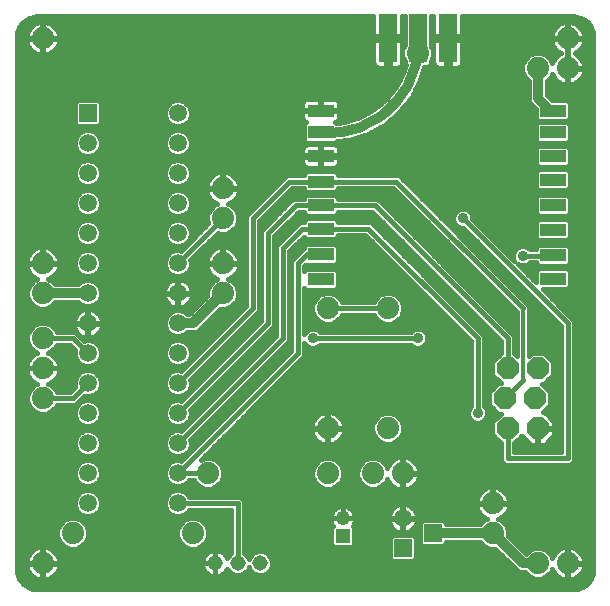
<source format=gtl>
G75*
G70*
%OFA0B0*%
%FSLAX24Y24*%
%IPPOS*%
%LPD*%
%AMOC8*
5,1,8,0,0,1.08239X$1,22.5*
%
%ADD10R,0.0860X0.0420*%
%ADD11C,0.0515*%
%ADD12OC8,0.0740*%
%ADD13R,0.0600X0.1600*%
%ADD14C,0.0740*%
%ADD15R,0.0590X0.0590*%
%ADD16C,0.0590*%
%ADD17R,0.0480X0.0480*%
%ADD18C,0.0480*%
%ADD19C,0.0320*%
%ADD20C,0.0160*%
%ADD21C,0.0120*%
%ADD22C,0.0356*%
D10*
X010943Y011643D03*
X010943Y012481D03*
X010943Y013331D03*
X010943Y014118D03*
X010943Y014905D03*
X010943Y015755D03*
X010943Y016543D03*
X010943Y017268D03*
X018680Y017268D03*
X018680Y016543D03*
X018680Y015755D03*
X018680Y014968D03*
X018680Y014118D03*
X018680Y013293D03*
X018680Y012456D03*
X018680Y011668D03*
D11*
X008930Y002180D03*
X008180Y002180D03*
X007430Y002180D03*
D12*
X017080Y007680D03*
X017180Y006680D03*
X018080Y007680D03*
X018180Y006680D03*
X018180Y008680D03*
X017180Y008680D03*
D13*
X015180Y019680D03*
X014180Y019680D03*
X013180Y019680D03*
D14*
X014180Y019180D03*
X018180Y018680D03*
X019180Y018680D03*
X019180Y019680D03*
X013180Y010680D03*
X011180Y010680D03*
X007680Y011180D03*
X007680Y012180D03*
X007680Y013680D03*
X007680Y014680D03*
X001680Y012180D03*
X001680Y011180D03*
X001680Y009680D03*
X001680Y008680D03*
X001680Y007680D03*
X002680Y003180D03*
X001680Y002180D03*
X006680Y003180D03*
X007180Y005180D03*
X011180Y005180D03*
X011180Y006680D03*
X012680Y005180D03*
X013680Y005180D03*
X013180Y006680D03*
X016680Y004180D03*
X016680Y003180D03*
X018180Y002180D03*
X019180Y002180D03*
X001680Y019680D03*
D15*
X003180Y017180D03*
X014680Y003180D03*
X013680Y002680D03*
D16*
X013680Y003680D03*
X006180Y004180D03*
X006180Y005180D03*
X006180Y006180D03*
X006180Y007180D03*
X006180Y008180D03*
X006180Y009180D03*
X006180Y010180D03*
X006180Y011180D03*
X006180Y012180D03*
X006180Y013180D03*
X006180Y014180D03*
X006180Y015180D03*
X006180Y016180D03*
X006180Y017180D03*
X003180Y016180D03*
X003180Y015180D03*
X003180Y014180D03*
X003180Y013180D03*
X003180Y012180D03*
X003180Y011180D03*
X003180Y010180D03*
X003180Y009180D03*
X003180Y008180D03*
X003180Y007180D03*
X003180Y006180D03*
X003180Y005180D03*
X003180Y004180D03*
D17*
X011680Y003090D03*
D18*
X011680Y003680D03*
D19*
X014680Y003180D02*
X016680Y003180D01*
X017680Y002180D01*
X018180Y002180D01*
X007680Y011180D02*
X006680Y010180D01*
X006180Y010180D01*
X003180Y011180D02*
X001680Y011180D01*
X010943Y016542D02*
X011085Y016534D01*
X011228Y016532D01*
X011371Y016537D01*
X011513Y016549D01*
X011654Y016568D01*
X011795Y016593D01*
X011934Y016625D01*
X012071Y016663D01*
X012206Y016708D01*
X012339Y016760D01*
X012470Y016818D01*
X012597Y016881D01*
X012722Y016951D01*
X012843Y017027D01*
X012960Y017108D01*
X013073Y017195D01*
X013182Y017287D01*
X013286Y017384D01*
X013386Y017486D01*
X013481Y017593D01*
X013570Y017704D01*
X013654Y017819D01*
X013733Y017938D01*
X013806Y018061D01*
X013873Y018187D01*
X013934Y018316D01*
X013988Y018448D01*
X014036Y018582D01*
X014078Y018718D01*
X014114Y018857D01*
X014142Y018996D01*
X014164Y019137D01*
X014180Y019279D01*
X014180Y019180D01*
X018180Y018680D02*
X018180Y017680D01*
X018592Y017268D01*
X018680Y017268D01*
D20*
X001173Y001391D02*
X001010Y001510D01*
X000891Y001673D01*
X000828Y001866D01*
X000820Y001967D01*
X000820Y019763D01*
X000828Y019864D01*
X000891Y020057D01*
X001010Y020220D01*
X001173Y020340D01*
X001366Y020402D01*
X001467Y020410D01*
X012700Y020410D01*
X012700Y019750D01*
X013110Y019750D01*
X013110Y019610D01*
X013250Y019610D01*
X013250Y019750D01*
X013660Y019750D01*
X013660Y020410D01*
X013740Y020410D01*
X013740Y019450D01*
X013670Y019281D01*
X013670Y019079D01*
X013740Y018910D01*
X013740Y018822D01*
X013773Y018789D01*
X013700Y018534D01*
X013458Y018064D01*
X013128Y017650D01*
X012724Y017309D01*
X012262Y017053D01*
X011758Y016892D01*
X011465Y016859D01*
X011436Y016888D01*
X011443Y016890D01*
X011484Y016914D01*
X011517Y016947D01*
X011541Y016988D01*
X011553Y017034D01*
X011553Y017243D01*
X010968Y017243D01*
X010968Y017293D01*
X010918Y017293D01*
X010918Y017658D01*
X010490Y017658D01*
X010444Y017645D01*
X010403Y017622D01*
X010369Y017588D01*
X010346Y017547D01*
X010333Y017501D01*
X010333Y017293D01*
X010918Y017293D01*
X010918Y017243D01*
X010333Y017243D01*
X010333Y017034D01*
X010346Y016988D01*
X010369Y016947D01*
X010403Y016914D01*
X010444Y016890D01*
X010451Y016888D01*
X010373Y016811D01*
X010373Y016275D01*
X010455Y016193D01*
X011431Y016193D01*
X011483Y016244D01*
X011887Y016290D01*
X012506Y016487D01*
X013074Y016802D01*
X013074Y016802D01*
X013570Y017221D01*
X013570Y017221D01*
X013975Y017729D01*
X014272Y018307D01*
X014390Y018715D01*
X014450Y018740D01*
X014538Y018740D01*
X014620Y018822D01*
X014620Y018910D01*
X014690Y019079D01*
X014690Y019281D01*
X014620Y019450D01*
X014620Y020410D01*
X014700Y020410D01*
X014700Y019750D01*
X015110Y019750D01*
X015110Y019610D01*
X014700Y019610D01*
X014700Y018856D01*
X014712Y018811D01*
X014736Y018769D01*
X014769Y018736D01*
X014811Y018712D01*
X014856Y018700D01*
X015110Y018700D01*
X015110Y019610D01*
X015250Y019610D01*
X015250Y019750D01*
X015660Y019750D01*
X015660Y020410D01*
X019385Y020410D01*
X019486Y020402D01*
X019679Y020340D01*
X019843Y020220D01*
X019962Y020057D01*
X020024Y019864D01*
X020032Y019763D01*
X020032Y001967D01*
X020024Y001866D01*
X019962Y001673D01*
X019843Y001510D01*
X019679Y001391D01*
X019486Y001328D01*
X019385Y001320D01*
X001467Y001320D01*
X001366Y001328D01*
X001173Y001391D01*
X001334Y001339D02*
X019518Y001339D01*
X019825Y001497D02*
X001027Y001497D01*
X000904Y001656D02*
X001514Y001656D01*
X001551Y001644D02*
X001637Y001630D01*
X001660Y001630D01*
X001660Y002160D01*
X001130Y002160D01*
X001130Y002137D01*
X001144Y002051D01*
X001170Y001969D01*
X001210Y001892D01*
X001260Y001822D01*
X001322Y001760D01*
X001392Y001710D01*
X001469Y001670D01*
X001551Y001644D01*
X001660Y001656D02*
X001700Y001656D01*
X001700Y001630D02*
X001723Y001630D01*
X001809Y001644D01*
X001891Y001670D01*
X001968Y001710D01*
X002038Y001760D01*
X002100Y001822D01*
X002150Y001892D01*
X002190Y001969D01*
X002216Y002051D01*
X002230Y002137D01*
X002230Y002160D01*
X001700Y002160D01*
X001700Y002200D01*
X001660Y002200D01*
X001660Y002730D01*
X001637Y002730D01*
X001551Y002716D01*
X001469Y002690D01*
X001392Y002650D01*
X001322Y002600D01*
X001260Y002538D01*
X001210Y002468D01*
X001170Y002391D01*
X001144Y002309D01*
X001130Y002223D01*
X001130Y002200D01*
X001660Y002200D01*
X001660Y002160D01*
X001700Y002160D01*
X001700Y001630D01*
X001846Y001656D02*
X019014Y001656D01*
X019051Y001644D02*
X019137Y001630D01*
X019160Y001630D01*
X019160Y002160D01*
X019200Y002160D01*
X019200Y002200D01*
X019160Y002200D01*
X019160Y002730D01*
X019137Y002730D01*
X019051Y002716D01*
X018969Y002690D01*
X018892Y002650D01*
X018822Y002600D01*
X018760Y002538D01*
X018710Y002468D01*
X018670Y002391D01*
X018659Y002356D01*
X018612Y002469D01*
X018469Y002612D01*
X018281Y002690D01*
X018079Y002690D01*
X017891Y002612D01*
X017782Y002503D01*
X017190Y003094D01*
X017190Y003281D01*
X017112Y003469D01*
X016969Y003612D01*
X016856Y003659D01*
X016891Y003670D01*
X016968Y003710D01*
X017038Y003760D01*
X017100Y003822D01*
X017150Y003892D01*
X017190Y003969D01*
X017216Y004051D01*
X017230Y004137D01*
X017230Y004160D01*
X016700Y004160D01*
X016700Y004200D01*
X016660Y004200D01*
X016660Y004730D01*
X016637Y004730D01*
X016551Y004716D01*
X016469Y004690D01*
X016392Y004650D01*
X016322Y004600D01*
X016260Y004538D01*
X016210Y004468D01*
X016170Y004391D01*
X016144Y004309D01*
X016130Y004223D01*
X016130Y004200D01*
X016660Y004200D01*
X016660Y004160D01*
X016130Y004160D01*
X016130Y004137D01*
X016144Y004051D01*
X016170Y003969D01*
X016210Y003892D01*
X016260Y003822D01*
X016322Y003760D01*
X016392Y003710D01*
X016469Y003670D01*
X016504Y003659D01*
X016391Y003612D01*
X016259Y003480D01*
X015115Y003480D01*
X015115Y003533D01*
X015033Y003615D01*
X014327Y003615D01*
X014245Y003533D01*
X014245Y002827D01*
X014327Y002745D01*
X015033Y002745D01*
X015115Y002827D01*
X015115Y002880D01*
X016259Y002880D01*
X016391Y002748D01*
X016579Y002670D01*
X016766Y002670D01*
X017510Y001926D01*
X017620Y001880D01*
X017759Y001880D01*
X017891Y001748D01*
X018079Y001670D01*
X018281Y001670D01*
X018469Y001748D01*
X018612Y001891D01*
X018659Y002004D01*
X018670Y001969D01*
X018710Y001892D01*
X018760Y001822D01*
X018822Y001760D01*
X018892Y001710D01*
X018969Y001670D01*
X019051Y001644D01*
X019160Y001656D02*
X019200Y001656D01*
X019200Y001630D02*
X019223Y001630D01*
X019309Y001644D01*
X019391Y001670D01*
X019468Y001710D01*
X019538Y001760D01*
X019600Y001822D01*
X019650Y001892D01*
X019690Y001969D01*
X019716Y002051D01*
X019730Y002137D01*
X019730Y002160D01*
X019200Y002160D01*
X019200Y001630D01*
X019346Y001656D02*
X019948Y001656D01*
X020007Y001814D02*
X019592Y001814D01*
X019691Y001973D02*
X020032Y001973D01*
X020032Y002131D02*
X019729Y002131D01*
X019730Y002200D02*
X019730Y002223D01*
X019716Y002309D01*
X019690Y002391D01*
X019650Y002468D01*
X019600Y002538D01*
X019538Y002600D01*
X019468Y002650D01*
X019391Y002690D01*
X019309Y002716D01*
X019223Y002730D01*
X019200Y002730D01*
X019200Y002200D01*
X019730Y002200D01*
X019720Y002290D02*
X020032Y002290D01*
X020032Y002448D02*
X019661Y002448D01*
X019529Y002607D02*
X020032Y002607D01*
X020032Y002765D02*
X017519Y002765D01*
X017361Y002924D02*
X020032Y002924D01*
X020032Y003082D02*
X017202Y003082D01*
X017190Y003241D02*
X020032Y003241D01*
X020032Y003399D02*
X017141Y003399D01*
X017024Y003558D02*
X020032Y003558D01*
X020032Y003716D02*
X016977Y003716D01*
X017138Y003875D02*
X020032Y003875D01*
X020032Y004033D02*
X017211Y004033D01*
X017230Y004200D02*
X017230Y004223D01*
X017216Y004309D01*
X017190Y004391D01*
X017150Y004468D01*
X017100Y004538D01*
X017038Y004600D01*
X016968Y004650D01*
X016891Y004690D01*
X016809Y004716D01*
X016723Y004730D01*
X016700Y004730D01*
X016700Y004200D01*
X017230Y004200D01*
X017203Y004350D02*
X020032Y004350D01*
X020032Y004192D02*
X016700Y004192D01*
X016660Y004192D02*
X008400Y004192D01*
X008400Y004271D02*
X008271Y004400D01*
X006560Y004400D01*
X006549Y004426D01*
X006426Y004549D01*
X006267Y004615D01*
X006093Y004615D01*
X005934Y004549D01*
X005811Y004426D01*
X005745Y004267D01*
X005745Y004093D01*
X005811Y003934D01*
X005934Y003811D01*
X006093Y003745D01*
X006267Y003745D01*
X006426Y003811D01*
X006549Y003934D01*
X006560Y003960D01*
X007960Y003960D01*
X007960Y002519D01*
X007955Y002517D01*
X007843Y002405D01*
X007827Y002365D01*
X007804Y002409D01*
X007764Y002465D01*
X007715Y002514D01*
X007659Y002554D01*
X007598Y002585D01*
X007532Y002607D01*
X007464Y002617D01*
X007430Y002617D01*
X007396Y002617D01*
X007328Y002607D01*
X007262Y002585D01*
X007201Y002554D01*
X007145Y002514D01*
X007096Y002465D01*
X007056Y002409D01*
X007025Y002348D01*
X007003Y002282D01*
X006993Y002214D01*
X006993Y002180D01*
X006993Y002146D01*
X007003Y002078D01*
X007025Y002012D01*
X007056Y001951D01*
X007096Y001895D01*
X007145Y001846D01*
X007201Y001806D01*
X007262Y001775D01*
X007328Y001753D01*
X007396Y001743D01*
X007430Y001743D01*
X007464Y001743D01*
X007532Y001753D01*
X007598Y001775D01*
X007659Y001806D01*
X007715Y001846D01*
X007764Y001895D01*
X007804Y001951D01*
X007827Y001995D01*
X007843Y001955D01*
X007955Y001843D01*
X008101Y001783D01*
X008259Y001783D01*
X008405Y001843D01*
X008517Y001955D01*
X008555Y002047D01*
X008593Y001955D01*
X008705Y001843D01*
X008851Y001783D01*
X009009Y001783D01*
X009155Y001843D01*
X009267Y001955D01*
X009327Y002101D01*
X009327Y002259D01*
X009267Y002405D01*
X009155Y002517D01*
X009009Y002577D01*
X008851Y002577D01*
X008705Y002517D01*
X008593Y002405D01*
X008555Y002313D01*
X008517Y002405D01*
X008405Y002517D01*
X008400Y002519D01*
X008400Y004271D01*
X008321Y004350D02*
X016157Y004350D01*
X016239Y004509D02*
X006467Y004509D01*
X006426Y004811D02*
X006267Y004745D01*
X006093Y004745D01*
X005934Y004811D01*
X005811Y004934D01*
X005745Y005093D01*
X005745Y005267D01*
X005811Y005426D01*
X005934Y005549D01*
X006093Y005615D01*
X006267Y005615D01*
X006293Y005604D01*
X009960Y009271D01*
X009960Y012271D01*
X010261Y012572D01*
X010373Y012684D01*
X010373Y012749D01*
X010455Y012831D01*
X011431Y012831D01*
X011513Y012749D01*
X011513Y012213D01*
X011431Y012131D01*
X010455Y012131D01*
X010449Y012137D01*
X010400Y012089D01*
X010400Y011938D01*
X010455Y011993D01*
X011431Y011993D01*
X011513Y011911D01*
X011513Y011375D01*
X011431Y011293D01*
X010455Y011293D01*
X010400Y011348D01*
X010400Y009835D01*
X010410Y009860D01*
X010500Y009950D01*
X010617Y009998D01*
X010743Y009998D01*
X010860Y009950D01*
X010910Y009900D01*
X013950Y009900D01*
X014000Y009950D01*
X014117Y009998D01*
X014243Y009998D01*
X014360Y009950D01*
X014450Y009860D01*
X014498Y009743D01*
X014498Y009617D01*
X014450Y009500D01*
X014360Y009410D01*
X014243Y009362D01*
X014117Y009362D01*
X014000Y009410D01*
X013950Y009460D01*
X010910Y009460D01*
X010860Y009410D01*
X010743Y009362D01*
X010617Y009362D01*
X010500Y009410D01*
X010410Y009500D01*
X010400Y009525D01*
X010400Y009089D01*
X010271Y008960D01*
X006946Y005635D01*
X007079Y005690D01*
X007281Y005690D01*
X007469Y005612D01*
X007612Y005469D01*
X007690Y005281D01*
X007690Y005079D01*
X007612Y004891D01*
X007469Y004748D01*
X007281Y004670D01*
X007079Y004670D01*
X006891Y004748D01*
X006748Y004891D01*
X006719Y004960D01*
X006560Y004960D01*
X006549Y004934D01*
X006426Y004811D01*
X006441Y004826D02*
X006813Y004826D01*
X007180Y005180D02*
X006180Y005180D01*
X010180Y009180D01*
X010180Y012180D01*
X010481Y012481D01*
X010943Y012481D01*
X011513Y012434D02*
X013115Y012434D01*
X012957Y012592D02*
X011513Y012592D01*
X011511Y012751D02*
X012798Y012751D01*
X012640Y012909D02*
X010220Y012909D01*
X010374Y013062D02*
X010455Y012981D01*
X011431Y012981D01*
X011513Y013063D01*
X011513Y013111D01*
X012438Y013111D01*
X015960Y009589D01*
X015960Y007410D01*
X015910Y007360D01*
X015862Y007243D01*
X015862Y007117D01*
X015910Y007000D01*
X016000Y006910D01*
X016117Y006862D01*
X016243Y006862D01*
X016360Y006910D01*
X016450Y007000D01*
X016498Y007117D01*
X016498Y007243D01*
X016450Y007360D01*
X016400Y007410D01*
X016400Y009771D01*
X012749Y013422D01*
X012621Y013551D01*
X011513Y013551D01*
X011513Y013599D01*
X011431Y013681D01*
X010455Y013681D01*
X010373Y013599D01*
X010373Y013551D01*
X010239Y013551D01*
X010111Y013422D01*
X009460Y012771D01*
X009460Y009771D01*
X006293Y006604D01*
X006267Y006615D01*
X006093Y006615D01*
X005934Y006549D01*
X005811Y006426D01*
X005745Y006267D01*
X005745Y006093D01*
X005811Y005934D01*
X005934Y005811D01*
X006093Y005745D01*
X006267Y005745D01*
X006426Y005811D01*
X006549Y005934D01*
X006615Y006093D01*
X006615Y006267D01*
X006604Y006293D01*
X009771Y009460D01*
X009900Y009589D01*
X009900Y012589D01*
X010374Y013062D01*
X010331Y013331D02*
X010943Y013331D01*
X012529Y013331D01*
X016180Y009680D01*
X016180Y007180D01*
X016058Y006886D02*
X013647Y006886D01*
X013612Y006969D02*
X013469Y007112D01*
X013281Y007190D01*
X013079Y007190D01*
X012891Y007112D01*
X012748Y006969D01*
X012670Y006781D01*
X012670Y006579D01*
X012748Y006391D01*
X012891Y006248D01*
X013079Y006170D01*
X013281Y006170D01*
X013469Y006248D01*
X013612Y006391D01*
X013690Y006579D01*
X013690Y006781D01*
X013612Y006969D01*
X013537Y007045D02*
X015892Y007045D01*
X015862Y007203D02*
X011350Y007203D01*
X011391Y007190D02*
X011309Y007216D01*
X011223Y007230D01*
X011189Y007230D01*
X011189Y006689D01*
X011171Y006689D01*
X011171Y007230D01*
X011137Y007230D01*
X011051Y007216D01*
X010969Y007190D01*
X010892Y007150D01*
X010822Y007100D01*
X010760Y007038D01*
X010710Y006968D01*
X010670Y006891D01*
X010644Y006809D01*
X010630Y006723D01*
X010630Y006689D01*
X011171Y006689D01*
X011171Y006671D01*
X010630Y006671D01*
X010630Y006637D01*
X010644Y006551D01*
X010670Y006469D01*
X010710Y006392D01*
X010760Y006322D01*
X010822Y006260D01*
X010892Y006210D01*
X010969Y006170D01*
X011051Y006144D01*
X011137Y006130D01*
X011171Y006130D01*
X011171Y006671D01*
X011189Y006671D01*
X011189Y006689D01*
X011730Y006689D01*
X011730Y006723D01*
X011716Y006809D01*
X011690Y006891D01*
X011650Y006968D01*
X011600Y007038D01*
X011538Y007100D01*
X011468Y007150D01*
X011391Y007190D01*
X011189Y007203D02*
X011171Y007203D01*
X011171Y007045D02*
X011189Y007045D01*
X011189Y006886D02*
X011171Y006886D01*
X011171Y006728D02*
X011189Y006728D01*
X011189Y006671D02*
X011730Y006671D01*
X011730Y006637D01*
X011716Y006551D01*
X011690Y006469D01*
X011650Y006392D01*
X011600Y006322D01*
X011538Y006260D01*
X011468Y006210D01*
X011391Y006170D01*
X011309Y006144D01*
X011223Y006130D01*
X011189Y006130D01*
X011189Y006671D01*
X011189Y006569D02*
X011171Y006569D01*
X011171Y006411D02*
X011189Y006411D01*
X011189Y006252D02*
X011171Y006252D01*
X011527Y006252D02*
X012887Y006252D01*
X012740Y006411D02*
X011660Y006411D01*
X011719Y006569D02*
X012674Y006569D01*
X012670Y006728D02*
X011729Y006728D01*
X011691Y006886D02*
X012713Y006886D01*
X012823Y007045D02*
X011593Y007045D01*
X011010Y007203D02*
X008514Y007203D01*
X008356Y007045D02*
X010767Y007045D01*
X010669Y006886D02*
X008197Y006886D01*
X008039Y006728D02*
X010631Y006728D01*
X010641Y006569D02*
X007880Y006569D01*
X007722Y006411D02*
X010700Y006411D01*
X010833Y006252D02*
X007563Y006252D01*
X007405Y006094D02*
X016960Y006094D01*
X016960Y006179D02*
X016960Y005589D01*
X017089Y005460D01*
X019271Y005460D01*
X019400Y005589D01*
X019400Y010271D01*
X018353Y011318D01*
X019168Y011318D01*
X019250Y011400D01*
X019250Y011936D01*
X019168Y012018D01*
X018192Y012018D01*
X018110Y011936D01*
X018110Y011561D01*
X017519Y012153D01*
X017617Y012112D01*
X017743Y012112D01*
X017860Y012160D01*
X017910Y012210D01*
X018110Y012210D01*
X018110Y012188D01*
X018192Y012106D01*
X019168Y012106D01*
X019250Y012188D01*
X019250Y012724D01*
X019168Y012806D01*
X018192Y012806D01*
X018110Y012724D01*
X018110Y012650D01*
X017910Y012650D01*
X017860Y012700D01*
X017743Y012748D01*
X017617Y012748D01*
X017500Y012700D01*
X017410Y012610D01*
X017362Y012493D01*
X017362Y012367D01*
X017403Y012269D01*
X015998Y013673D01*
X015998Y013743D01*
X015950Y013860D01*
X018110Y013860D01*
X018110Y013850D02*
X018192Y013768D01*
X019168Y013768D01*
X019250Y013850D01*
X019250Y014386D01*
X019168Y014468D01*
X018192Y014468D01*
X018110Y014386D01*
X018110Y013850D01*
X018110Y014019D02*
X014653Y014019D01*
X014494Y014177D02*
X018110Y014177D01*
X018110Y014336D02*
X014336Y014336D01*
X014177Y014494D02*
X020032Y014494D01*
X020032Y014336D02*
X019250Y014336D01*
X019250Y014177D02*
X020032Y014177D01*
X020032Y014019D02*
X019250Y014019D01*
X019250Y013860D02*
X020032Y013860D01*
X020032Y013702D02*
X015998Y013702D01*
X015950Y013860D02*
X015860Y013950D01*
X015743Y013998D01*
X015617Y013998D01*
X015500Y013950D01*
X015410Y013860D01*
X014811Y013860D01*
X014970Y013702D02*
X015362Y013702D01*
X015362Y013743D02*
X015362Y013617D01*
X015410Y013500D01*
X015500Y013410D01*
X015617Y013362D01*
X015687Y013362D01*
X018960Y010089D01*
X018960Y005900D01*
X017400Y005900D01*
X017400Y006179D01*
X017652Y006430D01*
X017952Y006130D01*
X018160Y006130D01*
X018160Y006660D01*
X018200Y006660D01*
X018200Y006700D01*
X018730Y006700D01*
X018730Y006908D01*
X018408Y007230D01*
X018351Y007230D01*
X018590Y007469D01*
X018590Y007891D01*
X018311Y008170D01*
X018391Y008170D01*
X018690Y008469D01*
X018690Y008891D01*
X018391Y009190D01*
X017969Y009190D01*
X017880Y009101D01*
X017880Y010569D01*
X017900Y010589D01*
X017900Y010771D01*
X013546Y015125D01*
X011513Y015125D01*
X011513Y015173D01*
X011431Y015255D01*
X010455Y015255D01*
X010373Y015173D01*
X010373Y015125D01*
X009814Y015125D01*
X009685Y014997D01*
X008460Y013771D01*
X008460Y010771D01*
X006293Y008604D01*
X006267Y008615D01*
X006093Y008615D01*
X005934Y008549D01*
X005811Y008426D01*
X005745Y008267D01*
X005745Y008093D01*
X005811Y007934D01*
X005934Y007811D01*
X006093Y007745D01*
X006267Y007745D01*
X006426Y007811D01*
X006549Y007934D01*
X006615Y008093D01*
X006615Y008267D01*
X006604Y008293D01*
X008771Y010460D01*
X008771Y010460D01*
X008900Y010589D01*
X008900Y013589D01*
X009997Y014685D01*
X010373Y014685D01*
X010373Y014637D01*
X010455Y014555D01*
X011431Y014555D01*
X011513Y014637D01*
X011513Y014685D01*
X013363Y014685D01*
X017480Y010569D01*
X017480Y009101D01*
X017400Y009181D01*
X017400Y009771D01*
X012962Y014209D01*
X012833Y014338D01*
X011513Y014338D01*
X011513Y014386D01*
X011431Y014468D01*
X010455Y014468D01*
X010373Y014386D01*
X010373Y014338D01*
X010027Y014338D01*
X009898Y014209D01*
X008960Y013271D01*
X008960Y010271D01*
X006293Y007604D01*
X006267Y007615D01*
X006093Y007615D01*
X005934Y007549D01*
X005811Y007426D01*
X005745Y007267D01*
X005745Y007093D01*
X005811Y006934D01*
X005934Y006811D01*
X006093Y006745D01*
X006267Y006745D01*
X006426Y006811D01*
X006549Y006934D01*
X006615Y007093D01*
X006615Y007267D01*
X006604Y007293D01*
X009271Y009960D01*
X009400Y010089D01*
X009400Y013089D01*
X010209Y013898D01*
X010373Y013898D01*
X010373Y013850D01*
X010455Y013768D01*
X011431Y013768D01*
X011513Y013850D01*
X011513Y013898D01*
X012651Y013898D01*
X016960Y009589D01*
X016960Y009181D01*
X016670Y008891D01*
X016670Y008469D01*
X016949Y008190D01*
X016869Y008190D01*
X016570Y007891D01*
X016570Y007469D01*
X016869Y007170D01*
X016949Y007170D01*
X016670Y006891D01*
X016670Y006469D01*
X016960Y006179D01*
X016887Y006252D02*
X013473Y006252D01*
X013620Y006411D02*
X016728Y006411D01*
X016670Y006569D02*
X013686Y006569D01*
X013690Y006728D02*
X016670Y006728D01*
X016670Y006886D02*
X016302Y006886D01*
X016468Y007045D02*
X016823Y007045D01*
X016836Y007203D02*
X016498Y007203D01*
X016448Y007362D02*
X016677Y007362D01*
X016570Y007520D02*
X016400Y007520D01*
X016400Y007679D02*
X016570Y007679D01*
X016570Y007837D02*
X016400Y007837D01*
X016400Y007996D02*
X016674Y007996D01*
X016833Y008154D02*
X016400Y008154D01*
X016400Y008313D02*
X016826Y008313D01*
X016670Y008471D02*
X016400Y008471D01*
X016400Y008630D02*
X016670Y008630D01*
X016670Y008788D02*
X016400Y008788D01*
X016400Y008947D02*
X016725Y008947D01*
X016884Y009105D02*
X016400Y009105D01*
X016400Y009264D02*
X016960Y009264D01*
X016960Y009422D02*
X016400Y009422D01*
X016400Y009581D02*
X016960Y009581D01*
X016810Y009739D02*
X016400Y009739D01*
X016274Y009898D02*
X016651Y009898D01*
X016493Y010056D02*
X016115Y010056D01*
X015957Y010215D02*
X016334Y010215D01*
X016176Y010373D02*
X015798Y010373D01*
X015640Y010532D02*
X016017Y010532D01*
X015859Y010690D02*
X015481Y010690D01*
X015323Y010849D02*
X015700Y010849D01*
X015542Y011007D02*
X015164Y011007D01*
X015006Y011166D02*
X015383Y011166D01*
X015225Y011324D02*
X014847Y011324D01*
X014689Y011483D02*
X015066Y011483D01*
X014908Y011641D02*
X014530Y011641D01*
X014372Y011800D02*
X014749Y011800D01*
X014591Y011958D02*
X014213Y011958D01*
X014055Y012117D02*
X014432Y012117D01*
X014274Y012275D02*
X013896Y012275D01*
X013738Y012434D02*
X014115Y012434D01*
X013957Y012592D02*
X013579Y012592D01*
X013421Y012751D02*
X013798Y012751D01*
X013640Y012909D02*
X013262Y012909D01*
X013104Y013068D02*
X013481Y013068D01*
X013323Y013226D02*
X012945Y013226D01*
X012787Y013385D02*
X013164Y013385D01*
X013006Y013543D02*
X012628Y013543D01*
X012847Y013702D02*
X010013Y013702D01*
X010171Y013860D02*
X010373Y013860D01*
X010232Y013543D02*
X009854Y013543D01*
X009696Y013385D02*
X010073Y013385D01*
X009915Y013226D02*
X009537Y013226D01*
X009400Y013068D02*
X009756Y013068D01*
X009598Y012909D02*
X009400Y012909D01*
X009400Y012751D02*
X009460Y012751D01*
X009460Y012592D02*
X009400Y012592D01*
X009400Y012434D02*
X009460Y012434D01*
X009460Y012275D02*
X009400Y012275D01*
X009400Y012117D02*
X009460Y012117D01*
X009460Y011958D02*
X009400Y011958D01*
X009400Y011800D02*
X009460Y011800D01*
X009460Y011641D02*
X009400Y011641D01*
X009400Y011483D02*
X009460Y011483D01*
X009460Y011324D02*
X009400Y011324D01*
X009400Y011166D02*
X009460Y011166D01*
X009460Y011007D02*
X009400Y011007D01*
X009400Y010849D02*
X009460Y010849D01*
X009460Y010690D02*
X009400Y010690D01*
X009400Y010532D02*
X009460Y010532D01*
X009460Y010373D02*
X009400Y010373D01*
X009400Y010215D02*
X009460Y010215D01*
X009460Y010056D02*
X009367Y010056D01*
X009460Y009898D02*
X009209Y009898D01*
X009050Y009739D02*
X009428Y009739D01*
X009269Y009581D02*
X008892Y009581D01*
X008733Y009422D02*
X009111Y009422D01*
X008952Y009264D02*
X008575Y009264D01*
X008416Y009105D02*
X008794Y009105D01*
X008635Y008947D02*
X008258Y008947D01*
X008099Y008788D02*
X008477Y008788D01*
X008318Y008630D02*
X007941Y008630D01*
X007782Y008471D02*
X008160Y008471D01*
X008001Y008313D02*
X007624Y008313D01*
X007465Y008154D02*
X007843Y008154D01*
X007684Y007996D02*
X007307Y007996D01*
X007148Y007837D02*
X007526Y007837D01*
X007367Y007679D02*
X006990Y007679D01*
X006831Y007520D02*
X007209Y007520D01*
X007050Y007362D02*
X006673Y007362D01*
X006615Y007203D02*
X006892Y007203D01*
X006733Y007045D02*
X006595Y007045D01*
X006575Y006886D02*
X006501Y006886D01*
X006416Y006728D02*
X000820Y006728D01*
X000820Y006886D02*
X002859Y006886D01*
X002811Y006934D02*
X002934Y006811D01*
X003093Y006745D01*
X003267Y006745D01*
X003426Y006811D01*
X003549Y006934D01*
X003615Y007093D01*
X003615Y007267D01*
X003549Y007426D01*
X003426Y007549D01*
X003267Y007615D01*
X003093Y007615D01*
X002934Y007549D01*
X002811Y007426D01*
X002745Y007267D01*
X002745Y007093D01*
X002811Y006934D01*
X002765Y007045D02*
X000820Y007045D01*
X000820Y007203D02*
X001499Y007203D01*
X001579Y007170D02*
X001781Y007170D01*
X001969Y007248D01*
X002112Y007391D01*
X002141Y007460D01*
X002771Y007460D01*
X002900Y007589D01*
X003067Y007756D01*
X003093Y007745D01*
X003267Y007745D01*
X003426Y007811D01*
X003549Y007934D01*
X003615Y008093D01*
X003615Y008267D01*
X003549Y008426D01*
X003426Y008549D01*
X003267Y008615D01*
X003093Y008615D01*
X002934Y008549D01*
X002811Y008426D01*
X002745Y008267D01*
X002745Y008093D01*
X002756Y008067D01*
X002589Y007900D01*
X002141Y007900D01*
X002112Y007969D01*
X001969Y008112D01*
X001856Y008159D01*
X001891Y008170D01*
X001968Y008210D01*
X002038Y008260D01*
X002100Y008322D01*
X002150Y008392D01*
X002190Y008469D01*
X002216Y008551D01*
X002230Y008637D01*
X002230Y008680D01*
X002230Y008723D01*
X002216Y008809D01*
X002190Y008891D01*
X002150Y008968D01*
X002100Y009038D01*
X002038Y009100D01*
X001968Y009150D01*
X001891Y009190D01*
X001856Y009201D01*
X001969Y009248D01*
X002112Y009391D01*
X002141Y009460D01*
X002589Y009460D01*
X002756Y009293D01*
X002745Y009267D01*
X002745Y009093D01*
X002811Y008934D01*
X002934Y008811D01*
X003093Y008745D01*
X003267Y008745D01*
X003426Y008811D01*
X003549Y008934D01*
X003615Y009093D01*
X003615Y009267D01*
X003549Y009426D01*
X003426Y009549D01*
X003267Y009615D01*
X003093Y009615D01*
X003067Y009604D01*
X002900Y009771D01*
X002771Y009900D01*
X002141Y009900D01*
X002112Y009969D01*
X001969Y010112D01*
X001781Y010190D01*
X001579Y010190D01*
X001391Y010112D01*
X001248Y009969D01*
X001170Y009781D01*
X001170Y009579D01*
X001248Y009391D01*
X001391Y009248D01*
X001504Y009201D01*
X001469Y009190D01*
X001392Y009150D01*
X001322Y009100D01*
X001260Y009038D01*
X001210Y008968D01*
X001170Y008891D01*
X001144Y008809D01*
X001130Y008723D01*
X001130Y008680D01*
X001680Y008680D01*
X002230Y008680D01*
X001680Y008680D01*
X001680Y008680D01*
X001680Y008680D01*
X001130Y008680D01*
X001130Y008637D01*
X001144Y008551D01*
X001170Y008469D01*
X001210Y008392D01*
X001260Y008322D01*
X001322Y008260D01*
X001392Y008210D01*
X001469Y008170D01*
X001504Y008159D01*
X001391Y008112D01*
X001248Y007969D01*
X001170Y007781D01*
X001170Y007579D01*
X001248Y007391D01*
X001391Y007248D01*
X001579Y007170D01*
X001861Y007203D02*
X002745Y007203D01*
X002784Y007362D02*
X002083Y007362D01*
X001680Y007680D02*
X002680Y007680D01*
X003180Y008180D01*
X002856Y008471D02*
X002190Y008471D01*
X002229Y008630D02*
X006318Y008630D01*
X006267Y008745D02*
X006426Y008811D01*
X006549Y008934D01*
X006615Y009093D01*
X006615Y009267D01*
X006549Y009426D01*
X006426Y009549D01*
X006267Y009615D01*
X006093Y009615D01*
X005934Y009549D01*
X005811Y009426D01*
X005745Y009267D01*
X005745Y009093D01*
X005811Y008934D01*
X005934Y008811D01*
X006093Y008745D01*
X006267Y008745D01*
X006370Y008788D02*
X006477Y008788D01*
X006554Y008947D02*
X006635Y008947D01*
X006615Y009105D02*
X006794Y009105D01*
X006952Y009264D02*
X006615Y009264D01*
X006551Y009422D02*
X007111Y009422D01*
X007269Y009581D02*
X006350Y009581D01*
X006267Y009745D02*
X006093Y009745D01*
X005934Y009811D01*
X005811Y009934D01*
X005745Y010093D01*
X005745Y010267D01*
X005811Y010426D01*
X005934Y010549D01*
X006093Y010615D01*
X006267Y010615D01*
X006426Y010549D01*
X006495Y010480D01*
X006556Y010480D01*
X007170Y011094D01*
X007170Y011281D01*
X007248Y011469D01*
X007391Y011612D01*
X007504Y011659D01*
X007469Y011670D01*
X007392Y011710D01*
X007322Y011760D01*
X007260Y011822D01*
X007210Y011892D01*
X007170Y011969D01*
X007144Y012051D01*
X007130Y012137D01*
X007130Y012160D01*
X007660Y012160D01*
X007660Y012200D01*
X007660Y012730D01*
X007637Y012730D01*
X007551Y012716D01*
X007469Y012690D01*
X007392Y012650D01*
X007322Y012600D01*
X007260Y012538D01*
X007210Y012468D01*
X007170Y012391D01*
X007144Y012309D01*
X007130Y012223D01*
X007130Y012200D01*
X007660Y012200D01*
X007700Y012200D01*
X008230Y012200D01*
X008230Y012223D01*
X008216Y012309D01*
X008190Y012391D01*
X008150Y012468D01*
X008100Y012538D01*
X008038Y012600D01*
X007968Y012650D01*
X007891Y012690D01*
X007809Y012716D01*
X007723Y012730D01*
X007700Y012730D01*
X007700Y012200D01*
X007700Y012160D01*
X008230Y012160D01*
X008230Y012137D01*
X008216Y012051D01*
X008190Y011969D01*
X008150Y011892D01*
X008100Y011822D01*
X008038Y011760D01*
X007968Y011710D01*
X007891Y011670D01*
X007856Y011659D01*
X007969Y011612D01*
X008112Y011469D01*
X008190Y011281D01*
X008190Y011079D01*
X008112Y010891D01*
X007969Y010748D01*
X007781Y010670D01*
X007594Y010670D01*
X006850Y009926D01*
X006740Y009880D01*
X006495Y009880D01*
X006426Y009811D01*
X006267Y009745D01*
X006010Y009581D02*
X003350Y009581D01*
X003291Y009717D02*
X003362Y009740D01*
X003429Y009774D01*
X003489Y009818D01*
X003542Y009871D01*
X003586Y009931D01*
X003620Y009998D01*
X003643Y010069D01*
X003655Y010143D01*
X003655Y010162D01*
X003198Y010162D01*
X003198Y010198D01*
X003655Y010198D01*
X003655Y010217D01*
X003643Y010291D01*
X003620Y010362D01*
X003586Y010429D01*
X003542Y010489D01*
X003489Y010542D01*
X003429Y010586D01*
X003362Y010620D01*
X003291Y010643D01*
X003217Y010655D01*
X003198Y010655D01*
X003198Y010198D01*
X003162Y010198D01*
X003162Y010655D01*
X003143Y010655D01*
X003069Y010643D01*
X002998Y010620D01*
X002931Y010586D01*
X002871Y010542D01*
X002818Y010489D01*
X002774Y010429D01*
X002740Y010362D01*
X002717Y010291D01*
X002705Y010217D01*
X002705Y010198D01*
X003162Y010198D01*
X003162Y010162D01*
X003198Y010162D01*
X003198Y009705D01*
X003217Y009705D01*
X003291Y009717D01*
X003360Y009739D02*
X007428Y009739D01*
X007586Y009898D02*
X006782Y009898D01*
X006980Y010056D02*
X007745Y010056D01*
X007903Y010215D02*
X007139Y010215D01*
X007297Y010373D02*
X008062Y010373D01*
X008220Y010532D02*
X007456Y010532D01*
X007830Y010690D02*
X008379Y010690D01*
X008460Y010849D02*
X008070Y010849D01*
X008160Y011007D02*
X008460Y011007D01*
X008460Y011166D02*
X008190Y011166D01*
X008172Y011324D02*
X008460Y011324D01*
X008460Y011483D02*
X008099Y011483D01*
X007900Y011641D02*
X008460Y011641D01*
X008460Y011800D02*
X008077Y011800D01*
X008184Y011958D02*
X008460Y011958D01*
X008460Y012117D02*
X008227Y012117D01*
X008222Y012275D02*
X008460Y012275D01*
X008460Y012434D02*
X008168Y012434D01*
X008046Y012592D02*
X008460Y012592D01*
X008460Y012751D02*
X007062Y012751D01*
X007220Y012909D02*
X008460Y012909D01*
X008460Y013068D02*
X007379Y013068D01*
X007510Y013199D02*
X007579Y013170D01*
X007781Y013170D01*
X007969Y013248D01*
X008112Y013391D01*
X008190Y013579D01*
X008190Y013781D01*
X008112Y013969D01*
X007969Y014112D01*
X007856Y014159D01*
X007891Y014170D01*
X007968Y014210D01*
X008038Y014260D01*
X008100Y014322D01*
X008150Y014392D01*
X008190Y014469D01*
X008216Y014551D01*
X008230Y014637D01*
X008230Y014660D01*
X007700Y014660D01*
X007700Y014700D01*
X008230Y014700D01*
X008230Y014723D01*
X008216Y014809D01*
X008190Y014891D01*
X008150Y014968D01*
X008100Y015038D01*
X008038Y015100D01*
X007968Y015150D01*
X007891Y015190D01*
X007809Y015216D01*
X007723Y015230D01*
X007700Y015230D01*
X007700Y014700D01*
X007660Y014700D01*
X007660Y015230D01*
X007637Y015230D01*
X007551Y015216D01*
X007469Y015190D01*
X007392Y015150D01*
X007322Y015100D01*
X007260Y015038D01*
X007210Y014968D01*
X007170Y014891D01*
X007144Y014809D01*
X007130Y014723D01*
X007130Y014700D01*
X007660Y014700D01*
X007660Y014660D01*
X007130Y014660D01*
X007130Y014637D01*
X007144Y014551D01*
X007170Y014469D01*
X007210Y014392D01*
X007260Y014322D01*
X007322Y014260D01*
X007392Y014210D01*
X007469Y014170D01*
X007504Y014159D01*
X007391Y014112D01*
X007248Y013969D01*
X007170Y013781D01*
X007170Y013579D01*
X007199Y013510D01*
X006293Y012604D01*
X006267Y012615D01*
X006093Y012615D01*
X005934Y012549D01*
X005811Y012426D01*
X005745Y012267D01*
X005745Y012093D01*
X005811Y011934D01*
X005934Y011811D01*
X006093Y011745D01*
X006267Y011745D01*
X006426Y011811D01*
X006549Y011934D01*
X006615Y012093D01*
X006615Y012267D01*
X006604Y012293D01*
X007510Y013199D01*
X007917Y013226D02*
X008460Y013226D01*
X008460Y013385D02*
X008106Y013385D01*
X008175Y013543D02*
X008460Y013543D01*
X008460Y013702D02*
X008190Y013702D01*
X008157Y013860D02*
X008549Y013860D01*
X008680Y013680D02*
X009905Y014905D01*
X010943Y014905D01*
X013455Y014905D01*
X017680Y010680D01*
X017900Y010690D02*
X018359Y010690D01*
X018517Y010532D02*
X017880Y010532D01*
X017880Y010373D02*
X018676Y010373D01*
X018834Y010215D02*
X017880Y010215D01*
X017880Y010056D02*
X018960Y010056D01*
X018960Y009898D02*
X017880Y009898D01*
X017880Y009739D02*
X018960Y009739D01*
X018960Y009581D02*
X017880Y009581D01*
X017880Y009422D02*
X018960Y009422D01*
X018960Y009264D02*
X017880Y009264D01*
X017880Y009105D02*
X017884Y009105D01*
X017480Y009105D02*
X017476Y009105D01*
X017480Y009264D02*
X017400Y009264D01*
X017400Y009422D02*
X017480Y009422D01*
X017480Y009581D02*
X017400Y009581D01*
X017400Y009739D02*
X017480Y009739D01*
X017480Y009898D02*
X017274Y009898D01*
X017115Y010056D02*
X017480Y010056D01*
X017480Y010215D02*
X016957Y010215D01*
X016798Y010373D02*
X017480Y010373D01*
X017480Y010532D02*
X016640Y010532D01*
X016481Y010690D02*
X017359Y010690D01*
X017200Y010849D02*
X016323Y010849D01*
X016164Y011007D02*
X017042Y011007D01*
X016883Y011166D02*
X016006Y011166D01*
X015847Y011324D02*
X016725Y011324D01*
X016566Y011483D02*
X015689Y011483D01*
X015530Y011641D02*
X016408Y011641D01*
X016249Y011800D02*
X015372Y011800D01*
X015213Y011958D02*
X016091Y011958D01*
X015932Y012117D02*
X015055Y012117D01*
X014896Y012275D02*
X015774Y012275D01*
X015615Y012434D02*
X014738Y012434D01*
X014579Y012592D02*
X015457Y012592D01*
X015298Y012751D02*
X014421Y012751D01*
X014262Y012909D02*
X015140Y012909D01*
X014981Y013068D02*
X014104Y013068D01*
X013945Y013226D02*
X014823Y013226D01*
X014664Y013385D02*
X013787Y013385D01*
X013628Y013543D02*
X014506Y013543D01*
X014347Y013702D02*
X013470Y013702D01*
X013311Y013860D02*
X014189Y013860D01*
X014030Y014019D02*
X013153Y014019D01*
X012994Y014177D02*
X013872Y014177D01*
X013713Y014336D02*
X012836Y014336D01*
X012742Y014118D02*
X010943Y014118D01*
X010118Y014118D01*
X009180Y013180D01*
X009180Y010180D01*
X006180Y007180D01*
X005784Y007362D02*
X003576Y007362D01*
X003615Y007203D02*
X005745Y007203D01*
X005765Y007045D02*
X003595Y007045D01*
X003501Y006886D02*
X005859Y006886D01*
X005982Y006569D02*
X003378Y006569D01*
X003426Y006549D02*
X003267Y006615D01*
X003093Y006615D01*
X002934Y006549D01*
X002811Y006426D01*
X002745Y006267D01*
X002745Y006093D01*
X002811Y005934D01*
X002934Y005811D01*
X003093Y005745D01*
X003267Y005745D01*
X003426Y005811D01*
X003549Y005934D01*
X003615Y006093D01*
X003615Y006267D01*
X003549Y006426D01*
X003426Y006549D01*
X003555Y006411D02*
X005805Y006411D01*
X005745Y006252D02*
X003615Y006252D01*
X003615Y006094D02*
X005745Y006094D01*
X005811Y005935D02*
X003549Y005935D01*
X003343Y005777D02*
X006017Y005777D01*
X006343Y005777D02*
X006465Y005777D01*
X006549Y005935D02*
X006624Y005935D01*
X006615Y006094D02*
X006782Y006094D01*
X006941Y006252D02*
X006615Y006252D01*
X006722Y006411D02*
X007099Y006411D01*
X007258Y006569D02*
X006880Y006569D01*
X007039Y006728D02*
X007416Y006728D01*
X007575Y006886D02*
X007197Y006886D01*
X007356Y007045D02*
X007733Y007045D01*
X007892Y007203D02*
X007514Y007203D01*
X007673Y007362D02*
X008050Y007362D01*
X008209Y007520D02*
X007831Y007520D01*
X007990Y007679D02*
X008367Y007679D01*
X008526Y007837D02*
X008148Y007837D01*
X008307Y007996D02*
X008684Y007996D01*
X008843Y008154D02*
X008465Y008154D01*
X008624Y008313D02*
X009001Y008313D01*
X009160Y008471D02*
X008782Y008471D01*
X008941Y008630D02*
X009318Y008630D01*
X009477Y008788D02*
X009099Y008788D01*
X009258Y008947D02*
X009635Y008947D01*
X009794Y009105D02*
X009416Y009105D01*
X009575Y009264D02*
X009952Y009264D01*
X009960Y009422D02*
X009733Y009422D01*
X009892Y009581D02*
X009960Y009581D01*
X009960Y009739D02*
X009900Y009739D01*
X009900Y009898D02*
X009960Y009898D01*
X009960Y010056D02*
X009900Y010056D01*
X009900Y010215D02*
X009960Y010215D01*
X009960Y010373D02*
X009900Y010373D01*
X009900Y010532D02*
X009960Y010532D01*
X009960Y010690D02*
X009900Y010690D01*
X009900Y010849D02*
X009960Y010849D01*
X009960Y011007D02*
X009900Y011007D01*
X009900Y011166D02*
X009960Y011166D01*
X009960Y011324D02*
X009900Y011324D01*
X009900Y011483D02*
X009960Y011483D01*
X009960Y011641D02*
X009900Y011641D01*
X009900Y011800D02*
X009960Y011800D01*
X009960Y011958D02*
X009900Y011958D01*
X009900Y012117D02*
X009960Y012117D01*
X009964Y012275D02*
X009900Y012275D01*
X009900Y012434D02*
X010122Y012434D01*
X010281Y012592D02*
X009903Y012592D01*
X010062Y012751D02*
X010375Y012751D01*
X010331Y013331D02*
X009680Y012680D01*
X009680Y009680D01*
X006180Y006180D01*
X006307Y005618D02*
X000820Y005618D01*
X000820Y005460D02*
X002844Y005460D01*
X002811Y005426D02*
X002745Y005267D01*
X002745Y005093D01*
X002811Y004934D01*
X002934Y004811D01*
X003093Y004745D01*
X003267Y004745D01*
X003426Y004811D01*
X003549Y004934D01*
X003615Y005093D01*
X003615Y005267D01*
X003549Y005426D01*
X003426Y005549D01*
X003267Y005615D01*
X003093Y005615D01*
X002934Y005549D01*
X002811Y005426D01*
X002759Y005301D02*
X000820Y005301D01*
X000820Y005143D02*
X002745Y005143D01*
X002790Y004984D02*
X000820Y004984D01*
X000820Y004826D02*
X002919Y004826D01*
X003093Y004615D02*
X002934Y004549D01*
X002811Y004426D01*
X002745Y004267D01*
X002745Y004093D01*
X002811Y003934D01*
X002934Y003811D01*
X003093Y003745D01*
X003267Y003745D01*
X003426Y003811D01*
X003549Y003934D01*
X003615Y004093D01*
X003615Y004267D01*
X003549Y004426D01*
X003426Y004549D01*
X003267Y004615D01*
X003093Y004615D01*
X002893Y004509D02*
X000820Y004509D01*
X000820Y004667D02*
X013479Y004667D01*
X013469Y004670D02*
X013551Y004644D01*
X013637Y004630D01*
X013660Y004630D01*
X013660Y005160D01*
X013700Y005160D01*
X013700Y005200D01*
X013660Y005200D01*
X013660Y005730D01*
X013637Y005730D01*
X013551Y005716D01*
X013469Y005690D01*
X013392Y005650D01*
X013322Y005600D01*
X013260Y005538D01*
X013210Y005468D01*
X013170Y005391D01*
X013159Y005356D01*
X013112Y005469D01*
X012969Y005612D01*
X012781Y005690D01*
X012579Y005690D01*
X012391Y005612D01*
X012248Y005469D01*
X012170Y005281D01*
X012170Y005079D01*
X012248Y004891D01*
X012391Y004748D01*
X012579Y004670D01*
X012781Y004670D01*
X012969Y004748D01*
X013112Y004891D01*
X013159Y005004D01*
X013170Y004969D01*
X013210Y004892D01*
X013260Y004822D01*
X013322Y004760D01*
X013392Y004710D01*
X013469Y004670D01*
X013660Y004667D02*
X013700Y004667D01*
X013700Y004630D02*
X013723Y004630D01*
X013809Y004644D01*
X013891Y004670D01*
X013968Y004710D01*
X014038Y004760D01*
X014100Y004822D01*
X014150Y004892D01*
X014190Y004969D01*
X014216Y005051D01*
X014230Y005137D01*
X014230Y005160D01*
X013700Y005160D01*
X013700Y004630D01*
X013881Y004667D02*
X016424Y004667D01*
X016660Y004667D02*
X016700Y004667D01*
X016700Y004509D02*
X016660Y004509D01*
X016660Y004350D02*
X016700Y004350D01*
X016936Y004667D02*
X020032Y004667D01*
X020032Y004509D02*
X017121Y004509D01*
X016383Y003716D02*
X014155Y003716D01*
X014155Y003717D02*
X014143Y003791D01*
X014120Y003862D01*
X014086Y003929D01*
X014042Y003989D01*
X013989Y004042D01*
X013929Y004086D01*
X013862Y004120D01*
X013791Y004143D01*
X013717Y004155D01*
X013698Y004155D01*
X013698Y003698D01*
X013662Y003698D01*
X013662Y004155D01*
X013643Y004155D01*
X013569Y004143D01*
X013498Y004120D01*
X013431Y004086D01*
X013371Y004042D01*
X013318Y003989D01*
X013274Y003929D01*
X013240Y003862D01*
X013217Y003791D01*
X013205Y003717D01*
X013205Y003698D01*
X013662Y003698D01*
X013662Y003662D01*
X013205Y003662D01*
X013205Y003643D01*
X013217Y003569D01*
X013240Y003498D01*
X013274Y003431D01*
X013318Y003371D01*
X013371Y003318D01*
X013431Y003274D01*
X013498Y003240D01*
X013569Y003217D01*
X013643Y003205D01*
X013662Y003205D01*
X013662Y003662D01*
X013698Y003662D01*
X013698Y003698D01*
X014155Y003698D01*
X014155Y003717D01*
X014155Y003662D02*
X013698Y003662D01*
X013698Y003205D01*
X013717Y003205D01*
X013791Y003217D01*
X013862Y003240D01*
X013929Y003274D01*
X013989Y003318D01*
X014042Y003371D01*
X014086Y003431D01*
X014120Y003498D01*
X014143Y003569D01*
X014155Y003643D01*
X014155Y003662D01*
X014140Y003558D02*
X014270Y003558D01*
X014245Y003399D02*
X014063Y003399D01*
X014245Y003241D02*
X013864Y003241D01*
X013698Y003241D02*
X013662Y003241D01*
X013662Y003399D02*
X013698Y003399D01*
X013698Y003558D02*
X013662Y003558D01*
X013662Y003716D02*
X013698Y003716D01*
X013698Y003875D02*
X013662Y003875D01*
X013662Y004033D02*
X013698Y004033D01*
X013999Y004033D02*
X016149Y004033D01*
X016222Y003875D02*
X014114Y003875D01*
X013496Y003241D02*
X012060Y003241D01*
X012060Y003388D02*
X012018Y003430D01*
X012039Y003460D01*
X012069Y003519D01*
X012090Y003582D01*
X012100Y003647D01*
X012100Y003680D01*
X012100Y003713D01*
X012090Y003778D01*
X012069Y003841D01*
X012039Y003900D01*
X012000Y003954D01*
X011954Y004000D01*
X011900Y004039D01*
X011841Y004069D01*
X011778Y004090D01*
X011713Y004100D01*
X011680Y004100D01*
X011680Y003680D01*
X012100Y003680D01*
X011680Y003680D01*
X011680Y003680D01*
X011680Y003680D01*
X011680Y003680D01*
X011260Y003680D01*
X011260Y003713D01*
X011270Y003778D01*
X011291Y003841D01*
X011321Y003900D01*
X011360Y003954D01*
X011406Y004000D01*
X011460Y004039D01*
X011519Y004069D01*
X011582Y004090D01*
X011647Y004100D01*
X011680Y004100D01*
X011680Y003680D01*
X011260Y003680D01*
X011260Y003647D01*
X011270Y003582D01*
X011291Y003519D01*
X011321Y003460D01*
X011342Y003430D01*
X011300Y003388D01*
X011300Y002792D01*
X011382Y002710D01*
X011978Y002710D01*
X012060Y002792D01*
X012060Y003388D01*
X012049Y003399D02*
X013297Y003399D01*
X013220Y003558D02*
X012082Y003558D01*
X012100Y003716D02*
X013205Y003716D01*
X013246Y003875D02*
X012052Y003875D01*
X011909Y004033D02*
X013361Y004033D01*
X013258Y004826D02*
X013047Y004826D01*
X013151Y004984D02*
X013165Y004984D01*
X013205Y005460D02*
X013116Y005460D01*
X012955Y005618D02*
X013347Y005618D01*
X013660Y005618D02*
X013700Y005618D01*
X013700Y005730D02*
X013700Y005200D01*
X014230Y005200D01*
X014230Y005223D01*
X014216Y005309D01*
X014190Y005391D01*
X014150Y005468D01*
X014100Y005538D01*
X014038Y005600D01*
X013968Y005650D01*
X013891Y005690D01*
X013809Y005716D01*
X013723Y005730D01*
X013700Y005730D01*
X013700Y005460D02*
X013660Y005460D01*
X013660Y005301D02*
X013700Y005301D01*
X013700Y005143D02*
X013660Y005143D01*
X013660Y004984D02*
X013700Y004984D01*
X013700Y004826D02*
X013660Y004826D01*
X014102Y004826D02*
X020032Y004826D01*
X020032Y004984D02*
X014195Y004984D01*
X014230Y005143D02*
X020032Y005143D01*
X020032Y005301D02*
X014218Y005301D01*
X014155Y005460D02*
X020032Y005460D01*
X020032Y005618D02*
X019400Y005618D01*
X019400Y005777D02*
X020032Y005777D01*
X020032Y005935D02*
X019400Y005935D01*
X019400Y006094D02*
X020032Y006094D01*
X020032Y006252D02*
X019400Y006252D01*
X019400Y006411D02*
X020032Y006411D01*
X020032Y006569D02*
X019400Y006569D01*
X019400Y006728D02*
X020032Y006728D01*
X020032Y006886D02*
X019400Y006886D01*
X019400Y007045D02*
X020032Y007045D01*
X020032Y007203D02*
X019400Y007203D01*
X019400Y007362D02*
X020032Y007362D01*
X020032Y007520D02*
X019400Y007520D01*
X019400Y007679D02*
X020032Y007679D01*
X020032Y007837D02*
X019400Y007837D01*
X019400Y007996D02*
X020032Y007996D01*
X020032Y008154D02*
X019400Y008154D01*
X019400Y008313D02*
X020032Y008313D01*
X020032Y008471D02*
X019400Y008471D01*
X019400Y008630D02*
X020032Y008630D01*
X020032Y008788D02*
X019400Y008788D01*
X019400Y008947D02*
X020032Y008947D01*
X020032Y009105D02*
X019400Y009105D01*
X019400Y009264D02*
X020032Y009264D01*
X020032Y009422D02*
X019400Y009422D01*
X019400Y009581D02*
X020032Y009581D01*
X020032Y009739D02*
X019400Y009739D01*
X019400Y009898D02*
X020032Y009898D01*
X020032Y010056D02*
X019400Y010056D01*
X019400Y010215D02*
X020032Y010215D01*
X020032Y010373D02*
X019298Y010373D01*
X019140Y010532D02*
X020032Y010532D01*
X020032Y010690D02*
X018981Y010690D01*
X018823Y010849D02*
X020032Y010849D01*
X020032Y011007D02*
X018664Y011007D01*
X018506Y011166D02*
X020032Y011166D01*
X020032Y011324D02*
X019174Y011324D01*
X019250Y011483D02*
X020032Y011483D01*
X020032Y011641D02*
X019250Y011641D01*
X019250Y011800D02*
X020032Y011800D01*
X020032Y011958D02*
X019228Y011958D01*
X019179Y012117D02*
X020032Y012117D01*
X020032Y012275D02*
X019250Y012275D01*
X019250Y012434D02*
X020032Y012434D01*
X020032Y012592D02*
X019250Y012592D01*
X019223Y012751D02*
X020032Y012751D01*
X020032Y012909D02*
X016762Y012909D01*
X016604Y013068D02*
X018110Y013068D01*
X018110Y013025D02*
X018192Y012943D01*
X019168Y012943D01*
X019250Y013025D01*
X019250Y013561D01*
X019168Y013643D01*
X018192Y013643D01*
X018110Y013561D01*
X018110Y013025D01*
X018110Y013226D02*
X016445Y013226D01*
X016287Y013385D02*
X018110Y013385D01*
X018110Y013543D02*
X016128Y013543D01*
X015823Y013226D02*
X015445Y013226D01*
X015562Y013385D02*
X015287Y013385D01*
X015392Y013543D02*
X015128Y013543D01*
X015362Y013743D02*
X015410Y013860D01*
X015680Y013680D02*
X019180Y010180D01*
X019180Y005680D01*
X017180Y005680D01*
X017180Y006680D01*
X017473Y006252D02*
X017830Y006252D01*
X017672Y006411D02*
X017632Y006411D01*
X017400Y006094D02*
X018960Y006094D01*
X018960Y006252D02*
X018530Y006252D01*
X018408Y006130D02*
X018200Y006130D01*
X018200Y006660D01*
X018730Y006660D01*
X018730Y006452D01*
X018408Y006130D01*
X018200Y006252D02*
X018160Y006252D01*
X018160Y006411D02*
X018200Y006411D01*
X018200Y006569D02*
X018160Y006569D01*
X018688Y006411D02*
X018960Y006411D01*
X018960Y006569D02*
X018730Y006569D01*
X018730Y006728D02*
X018960Y006728D01*
X018960Y006886D02*
X018730Y006886D01*
X018593Y007045D02*
X018960Y007045D01*
X018960Y007203D02*
X018435Y007203D01*
X018483Y007362D02*
X018960Y007362D01*
X018960Y007520D02*
X018590Y007520D01*
X018590Y007679D02*
X018960Y007679D01*
X018960Y007837D02*
X018590Y007837D01*
X018486Y007996D02*
X018960Y007996D01*
X018960Y008154D02*
X018327Y008154D01*
X018534Y008313D02*
X018960Y008313D01*
X018960Y008471D02*
X018690Y008471D01*
X018690Y008630D02*
X018960Y008630D01*
X018960Y008788D02*
X018690Y008788D01*
X018635Y008947D02*
X018960Y008947D01*
X018960Y009105D02*
X018476Y009105D01*
X017680Y008280D02*
X017080Y007680D01*
X017180Y008680D02*
X017180Y009680D01*
X012742Y014118D01*
X012689Y013860D02*
X011513Y013860D01*
X011513Y013068D02*
X012481Y013068D01*
X013274Y012275D02*
X011513Y012275D01*
X011466Y011958D02*
X013591Y011958D01*
X013749Y011800D02*
X011513Y011800D01*
X011513Y011641D02*
X013908Y011641D01*
X014066Y011483D02*
X011513Y011483D01*
X011462Y011324D02*
X014225Y011324D01*
X014383Y011166D02*
X013341Y011166D01*
X013281Y011190D02*
X013079Y011190D01*
X012891Y011112D01*
X012748Y010969D01*
X012719Y010900D01*
X011641Y010900D01*
X011612Y010969D01*
X011469Y011112D01*
X011281Y011190D01*
X011079Y011190D01*
X010891Y011112D01*
X010748Y010969D01*
X010670Y010781D01*
X010670Y010579D01*
X010748Y010391D01*
X010891Y010248D01*
X011079Y010170D01*
X011281Y010170D01*
X011469Y010248D01*
X011612Y010391D01*
X011641Y010460D01*
X012719Y010460D01*
X012748Y010391D01*
X012891Y010248D01*
X013079Y010170D01*
X013281Y010170D01*
X013469Y010248D01*
X013612Y010391D01*
X013690Y010579D01*
X013690Y010781D01*
X013612Y010969D01*
X013469Y011112D01*
X013281Y011190D01*
X013574Y011007D02*
X014542Y011007D01*
X014700Y010849D02*
X013662Y010849D01*
X013690Y010690D02*
X014859Y010690D01*
X015017Y010532D02*
X013671Y010532D01*
X013594Y010373D02*
X015176Y010373D01*
X015334Y010215D02*
X013389Y010215D01*
X012971Y010215D02*
X011389Y010215D01*
X011594Y010373D02*
X012766Y010373D01*
X013180Y010680D02*
X011180Y010680D01*
X010698Y010849D02*
X010400Y010849D01*
X010400Y011007D02*
X010786Y011007D01*
X011019Y011166D02*
X010400Y011166D01*
X010400Y011324D02*
X010424Y011324D01*
X010400Y011958D02*
X010420Y011958D01*
X010428Y012117D02*
X013432Y012117D01*
X013019Y011166D02*
X011341Y011166D01*
X011574Y011007D02*
X012786Y011007D01*
X014180Y009680D02*
X010680Y009680D01*
X010872Y009422D02*
X013988Y009422D01*
X014372Y009422D02*
X015960Y009422D01*
X015960Y009264D02*
X010400Y009264D01*
X010400Y009422D02*
X010488Y009422D01*
X010400Y009105D02*
X015960Y009105D01*
X015960Y008947D02*
X010258Y008947D01*
X010099Y008788D02*
X015960Y008788D01*
X015960Y008630D02*
X009941Y008630D01*
X009782Y008471D02*
X015960Y008471D01*
X015960Y008313D02*
X009624Y008313D01*
X009465Y008154D02*
X015960Y008154D01*
X015960Y007996D02*
X009307Y007996D01*
X009148Y007837D02*
X015960Y007837D01*
X015960Y007679D02*
X008990Y007679D01*
X008831Y007520D02*
X015960Y007520D01*
X015912Y007362D02*
X008673Y007362D01*
X007318Y008630D02*
X006941Y008630D01*
X007099Y008788D02*
X007477Y008788D01*
X007635Y008947D02*
X007258Y008947D01*
X007416Y009105D02*
X007794Y009105D01*
X007952Y009264D02*
X007575Y009264D01*
X007733Y009422D02*
X008111Y009422D01*
X008269Y009581D02*
X007892Y009581D01*
X008050Y009739D02*
X008428Y009739D01*
X008586Y009898D02*
X008209Y009898D01*
X008367Y010056D02*
X008745Y010056D01*
X008903Y010215D02*
X008526Y010215D01*
X008684Y010373D02*
X008960Y010373D01*
X008960Y010532D02*
X008843Y010532D01*
X008900Y010690D02*
X008960Y010690D01*
X008960Y010849D02*
X008900Y010849D01*
X008900Y011007D02*
X008960Y011007D01*
X008960Y011166D02*
X008900Y011166D01*
X008900Y011324D02*
X008960Y011324D01*
X008960Y011483D02*
X008900Y011483D01*
X008900Y011641D02*
X008960Y011641D01*
X008960Y011800D02*
X008900Y011800D01*
X008900Y011958D02*
X008960Y011958D01*
X008960Y012117D02*
X008900Y012117D01*
X008900Y012275D02*
X008960Y012275D01*
X008960Y012434D02*
X008900Y012434D01*
X008900Y012592D02*
X008960Y012592D01*
X008960Y012751D02*
X008900Y012751D01*
X008900Y012909D02*
X008960Y012909D01*
X008960Y013068D02*
X008900Y013068D01*
X008900Y013226D02*
X008960Y013226D01*
X008900Y013385D02*
X009073Y013385D01*
X009232Y013543D02*
X008900Y013543D01*
X009013Y013702D02*
X009390Y013702D01*
X009549Y013860D02*
X009171Y013860D01*
X009330Y014019D02*
X009707Y014019D01*
X009866Y014177D02*
X009488Y014177D01*
X009647Y014336D02*
X010024Y014336D01*
X009805Y014494D02*
X013555Y014494D01*
X013396Y014653D02*
X011513Y014653D01*
X011513Y015128D02*
X018110Y015128D01*
X018110Y015236D02*
X018192Y015318D01*
X019168Y015318D01*
X019250Y015236D01*
X019250Y014700D01*
X019168Y014618D01*
X018192Y014618D01*
X018110Y014700D01*
X018110Y015236D01*
X018161Y015287D02*
X006607Y015287D01*
X006615Y015267D02*
X006549Y015426D01*
X006426Y015549D01*
X006267Y015615D01*
X006093Y015615D01*
X005934Y015549D01*
X005811Y015426D01*
X005745Y015267D01*
X005745Y015093D01*
X005811Y014934D01*
X005934Y014811D01*
X003426Y014811D01*
X003549Y014934D01*
X003615Y015093D01*
X003615Y015267D01*
X003549Y015426D01*
X003426Y015549D01*
X003267Y015615D01*
X003093Y015615D01*
X002934Y015549D01*
X002811Y015426D01*
X002745Y015267D01*
X002745Y015093D01*
X002811Y014934D01*
X002934Y014811D01*
X000820Y014811D01*
X000820Y014653D02*
X007130Y014653D01*
X007144Y014811D02*
X006426Y014811D01*
X006549Y014934D01*
X006615Y015093D01*
X006615Y015267D01*
X006615Y015128D02*
X007361Y015128D01*
X007211Y014970D02*
X006564Y014970D01*
X006426Y014811D02*
X006267Y014745D01*
X006093Y014745D01*
X005934Y014811D01*
X005796Y014970D02*
X003564Y014970D01*
X003615Y015128D02*
X005745Y015128D01*
X005753Y015287D02*
X003607Y015287D01*
X003530Y015445D02*
X005830Y015445D01*
X006066Y015604D02*
X003294Y015604D01*
X003267Y015745D02*
X003426Y015811D01*
X003549Y015934D01*
X003615Y016093D01*
X003615Y016267D01*
X003549Y016426D01*
X003426Y016549D01*
X003267Y016615D01*
X003093Y016615D01*
X002934Y016549D01*
X002811Y016426D01*
X002745Y016267D01*
X002745Y016093D01*
X002811Y015934D01*
X002934Y015811D01*
X003093Y015745D01*
X003267Y015745D01*
X003308Y015762D02*
X006052Y015762D01*
X006093Y015745D02*
X006267Y015745D01*
X006426Y015811D01*
X006549Y015934D01*
X006615Y016093D01*
X006615Y016267D01*
X006549Y016426D01*
X006426Y016549D01*
X006267Y016615D01*
X006093Y016615D01*
X005934Y016549D01*
X005811Y016426D01*
X005745Y016267D01*
X005745Y016093D01*
X005811Y015934D01*
X005934Y015811D01*
X006093Y015745D01*
X006308Y015762D02*
X010918Y015762D01*
X010918Y015780D02*
X010918Y015730D01*
X010333Y015730D01*
X010333Y015522D01*
X010346Y015476D01*
X010369Y015435D01*
X010403Y015401D01*
X010444Y015378D01*
X010490Y015365D01*
X010918Y015365D01*
X010918Y015730D01*
X010968Y015730D01*
X010968Y015365D01*
X011397Y015365D01*
X011443Y015378D01*
X011484Y015401D01*
X011517Y015435D01*
X011541Y015476D01*
X011553Y015522D01*
X011553Y015730D01*
X010968Y015730D01*
X010968Y015780D01*
X010918Y015780D01*
X010333Y015780D01*
X010333Y015989D01*
X010346Y016035D01*
X010369Y016076D01*
X010403Y016109D01*
X010444Y016133D01*
X010490Y016145D01*
X010918Y016145D01*
X010918Y015780D01*
X010968Y015780D02*
X010968Y016145D01*
X011397Y016145D01*
X011443Y016133D01*
X011484Y016109D01*
X011517Y016076D01*
X011541Y016035D01*
X011553Y015989D01*
X011553Y015780D01*
X010968Y015780D01*
X010968Y015762D02*
X018110Y015762D01*
X018110Y015604D02*
X011553Y015604D01*
X011523Y015445D02*
X018152Y015445D01*
X018192Y015405D02*
X018110Y015487D01*
X018110Y016023D01*
X018192Y016105D01*
X019168Y016105D01*
X019250Y016023D01*
X019250Y015487D01*
X019168Y015405D01*
X018192Y015405D01*
X018110Y014970D02*
X013702Y014970D01*
X013860Y014811D02*
X018110Y014811D01*
X018157Y014653D02*
X014019Y014653D01*
X015604Y013068D02*
X015981Y013068D01*
X016140Y012909D02*
X015762Y012909D01*
X015921Y012751D02*
X016298Y012751D01*
X016457Y012592D02*
X016079Y012592D01*
X016238Y012434D02*
X016615Y012434D01*
X016774Y012275D02*
X016396Y012275D01*
X016555Y012117D02*
X016932Y012117D01*
X017091Y011958D02*
X016713Y011958D01*
X016872Y011800D02*
X017249Y011800D01*
X017408Y011641D02*
X017030Y011641D01*
X017189Y011483D02*
X017566Y011483D01*
X017725Y011324D02*
X017347Y011324D01*
X017506Y011166D02*
X017883Y011166D01*
X018042Y011007D02*
X017664Y011007D01*
X017823Y010849D02*
X018200Y010849D01*
X018110Y011641D02*
X018030Y011641D01*
X018110Y011800D02*
X017872Y011800D01*
X017713Y011958D02*
X018132Y011958D01*
X018181Y012117D02*
X017754Y012117D01*
X017606Y012117D02*
X017555Y012117D01*
X017400Y012275D02*
X017396Y012275D01*
X017362Y012434D02*
X017238Y012434D01*
X017079Y012592D02*
X017403Y012592D01*
X017680Y012430D02*
X018654Y012430D01*
X018680Y012456D01*
X018137Y012751D02*
X016921Y012751D01*
X019203Y014653D02*
X020032Y014653D01*
X020032Y014811D02*
X019250Y014811D01*
X019250Y014970D02*
X020032Y014970D01*
X020032Y015128D02*
X019250Y015128D01*
X019199Y015287D02*
X020032Y015287D01*
X020032Y015445D02*
X019208Y015445D01*
X019250Y015604D02*
X020032Y015604D01*
X020032Y015762D02*
X019250Y015762D01*
X019250Y015921D02*
X020032Y015921D01*
X020032Y016079D02*
X019194Y016079D01*
X019168Y016193D02*
X019250Y016275D01*
X019250Y016811D01*
X019168Y016893D01*
X018192Y016893D01*
X018110Y016811D01*
X018110Y016275D01*
X018192Y016193D01*
X019168Y016193D01*
X019213Y016238D02*
X020032Y016238D01*
X020032Y016396D02*
X019250Y016396D01*
X019250Y016555D02*
X020032Y016555D01*
X020032Y016713D02*
X019250Y016713D01*
X019189Y016872D02*
X020032Y016872D01*
X020032Y017030D02*
X019250Y017030D01*
X019250Y017000D02*
X019250Y017536D01*
X019168Y017618D01*
X018667Y017618D01*
X018480Y017804D01*
X018480Y018259D01*
X018612Y018391D01*
X018659Y018504D01*
X018670Y018469D01*
X018710Y018392D01*
X018760Y018322D01*
X018822Y018260D01*
X018892Y018210D01*
X018969Y018170D01*
X019051Y018144D01*
X019137Y018130D01*
X019160Y018130D01*
X019160Y018660D01*
X019200Y018660D01*
X019200Y018700D01*
X019730Y018700D01*
X019730Y018723D01*
X019716Y018809D01*
X019690Y018891D01*
X019650Y018968D01*
X019600Y019038D01*
X019538Y019100D01*
X019468Y019150D01*
X019410Y019180D01*
X019468Y019210D01*
X019538Y019260D01*
X019600Y019322D01*
X019650Y019392D01*
X019690Y019469D01*
X019716Y019551D01*
X019730Y019637D01*
X019730Y019660D01*
X019200Y019660D01*
X019200Y019700D01*
X019160Y019700D01*
X019160Y020230D01*
X019137Y020230D01*
X019051Y020216D01*
X018969Y020190D01*
X018892Y020150D01*
X018822Y020100D01*
X018760Y020038D01*
X018710Y019968D01*
X018670Y019891D01*
X018644Y019809D01*
X018630Y019723D01*
X018630Y019700D01*
X019160Y019700D01*
X019160Y019660D01*
X018630Y019660D01*
X018630Y019637D01*
X018644Y019551D01*
X018670Y019469D01*
X018710Y019392D01*
X018760Y019322D01*
X018822Y019260D01*
X018892Y019210D01*
X018950Y019180D01*
X018892Y019150D01*
X018822Y019100D01*
X018760Y019038D01*
X018710Y018968D01*
X018670Y018891D01*
X018659Y018856D01*
X018612Y018969D01*
X018469Y019112D01*
X018281Y019190D01*
X018079Y019190D01*
X017891Y019112D01*
X017748Y018969D01*
X017670Y018781D01*
X017670Y018579D01*
X017748Y018391D01*
X017880Y018259D01*
X017880Y017620D01*
X017926Y017510D01*
X018010Y017426D01*
X018110Y017326D01*
X018110Y017000D01*
X018192Y016918D01*
X019168Y016918D01*
X019250Y017000D01*
X019250Y017189D02*
X020032Y017189D01*
X020032Y017347D02*
X019250Y017347D01*
X019250Y017506D02*
X020032Y017506D01*
X020032Y017664D02*
X018620Y017664D01*
X018480Y017823D02*
X020032Y017823D01*
X020032Y017981D02*
X018480Y017981D01*
X018480Y018140D02*
X019077Y018140D01*
X019160Y018140D02*
X019200Y018140D01*
X019200Y018130D02*
X019223Y018130D01*
X019309Y018144D01*
X019391Y018170D01*
X019468Y018210D01*
X019538Y018260D01*
X019600Y018322D01*
X019650Y018392D01*
X019690Y018469D01*
X019716Y018551D01*
X019730Y018637D01*
X019730Y018660D01*
X019200Y018660D01*
X019200Y018130D01*
X019283Y018140D02*
X020032Y018140D01*
X020032Y018298D02*
X019576Y018298D01*
X019683Y018457D02*
X020032Y018457D01*
X020032Y018615D02*
X019727Y018615D01*
X019722Y018774D02*
X020032Y018774D01*
X020032Y018932D02*
X019669Y018932D01*
X019547Y019091D02*
X020032Y019091D01*
X020032Y019249D02*
X019523Y019249D01*
X019658Y019408D02*
X020032Y019408D01*
X020032Y019566D02*
X019719Y019566D01*
X019730Y019700D02*
X019730Y019723D01*
X019716Y019809D01*
X019690Y019891D01*
X019650Y019968D01*
X019600Y020038D01*
X019538Y020100D01*
X019468Y020150D01*
X019391Y020190D01*
X019309Y020216D01*
X019223Y020230D01*
X019200Y020230D01*
X019200Y019700D01*
X019730Y019700D01*
X019730Y019725D02*
X020032Y019725D01*
X020018Y019883D02*
X019692Y019883D01*
X019596Y020042D02*
X019966Y020042D01*
X019857Y020200D02*
X019359Y020200D01*
X019200Y020200D02*
X019160Y020200D01*
X019160Y020042D02*
X019200Y020042D01*
X019200Y019883D02*
X019160Y019883D01*
X019160Y019725D02*
X019200Y019725D01*
X019200Y019660D02*
X019200Y018700D01*
X019160Y018700D01*
X019160Y019130D01*
X019160Y019660D01*
X019200Y019660D01*
X019200Y019566D02*
X019160Y019566D01*
X019160Y019408D02*
X019200Y019408D01*
X019200Y019249D02*
X019160Y019249D01*
X019160Y019091D02*
X019200Y019091D01*
X019200Y018932D02*
X019160Y018932D01*
X019160Y018774D02*
X019200Y018774D01*
X019200Y018615D02*
X019160Y018615D01*
X019160Y018457D02*
X019200Y018457D01*
X019200Y018298D02*
X019160Y018298D01*
X018784Y018298D02*
X018519Y018298D01*
X018639Y018457D02*
X018677Y018457D01*
X018691Y018932D02*
X018628Y018932D01*
X018491Y019091D02*
X018813Y019091D01*
X018837Y019249D02*
X015660Y019249D01*
X015660Y019091D02*
X017869Y019091D01*
X017732Y018932D02*
X015660Y018932D01*
X015660Y018856D02*
X015660Y019610D01*
X015250Y019610D01*
X015250Y018700D01*
X015504Y018700D01*
X015549Y018712D01*
X015591Y018736D01*
X015624Y018769D01*
X015648Y018811D01*
X015660Y018856D01*
X015626Y018774D02*
X017670Y018774D01*
X017670Y018615D02*
X014361Y018615D01*
X014316Y018457D02*
X017721Y018457D01*
X017841Y018298D02*
X014268Y018298D01*
X014186Y018140D02*
X017880Y018140D01*
X017880Y017981D02*
X014105Y017981D01*
X014023Y017823D02*
X017880Y017823D01*
X017880Y017664D02*
X013923Y017664D01*
X013975Y017729D02*
X013975Y017729D01*
X013796Y017506D02*
X017930Y017506D01*
X018089Y017347D02*
X013670Y017347D01*
X013531Y017189D02*
X018110Y017189D01*
X018110Y017030D02*
X013344Y017030D01*
X013156Y016872D02*
X018171Y016872D01*
X018110Y016713D02*
X012913Y016713D01*
X012627Y016555D02*
X018110Y016555D01*
X018110Y016396D02*
X012220Y016396D01*
X012506Y016487D02*
X012506Y016487D01*
X012190Y017030D02*
X011552Y017030D01*
X011553Y017189D02*
X012507Y017189D01*
X012769Y017347D02*
X011553Y017347D01*
X011553Y017293D02*
X011553Y017501D01*
X011541Y017547D01*
X011517Y017588D01*
X011484Y017622D01*
X011443Y017645D01*
X011397Y017658D01*
X010968Y017658D01*
X010968Y017293D01*
X011553Y017293D01*
X011552Y017506D02*
X012957Y017506D01*
X013139Y017664D02*
X000820Y017664D01*
X000820Y017506D02*
X002745Y017506D01*
X002745Y017533D02*
X002745Y016827D01*
X002827Y016745D01*
X003533Y016745D01*
X003615Y016827D01*
X003615Y017533D01*
X003533Y017615D01*
X002827Y017615D01*
X002745Y017533D01*
X002745Y017347D02*
X000820Y017347D01*
X000820Y017189D02*
X002745Y017189D01*
X002745Y017030D02*
X000820Y017030D01*
X000820Y016872D02*
X002745Y016872D01*
X002947Y016555D02*
X000820Y016555D01*
X000820Y016713D02*
X010373Y016713D01*
X010373Y016555D02*
X006413Y016555D01*
X006561Y016396D02*
X010373Y016396D01*
X010410Y016238D02*
X006615Y016238D01*
X006609Y016079D02*
X010372Y016079D01*
X010333Y015921D02*
X006536Y015921D01*
X006294Y015604D02*
X010333Y015604D01*
X010363Y015445D02*
X006530Y015445D01*
X005824Y015921D02*
X003536Y015921D01*
X003609Y016079D02*
X005751Y016079D01*
X005745Y016238D02*
X003615Y016238D01*
X003561Y016396D02*
X005799Y016396D01*
X005947Y016555D02*
X003413Y016555D01*
X003615Y016872D02*
X005873Y016872D01*
X005934Y016811D02*
X006093Y016745D01*
X006267Y016745D01*
X006426Y016811D01*
X006549Y016934D01*
X006615Y017093D01*
X006615Y017267D01*
X006549Y017426D01*
X006426Y017549D01*
X006267Y017615D01*
X006093Y017615D01*
X005934Y017549D01*
X005811Y017426D01*
X005745Y017267D01*
X005745Y017093D01*
X005811Y016934D01*
X005934Y016811D01*
X005771Y017030D02*
X003615Y017030D01*
X003615Y017189D02*
X005745Y017189D01*
X005778Y017347D02*
X003615Y017347D01*
X003615Y017506D02*
X005890Y017506D01*
X006470Y017506D02*
X010334Y017506D01*
X010333Y017347D02*
X006582Y017347D01*
X006615Y017189D02*
X010333Y017189D01*
X010334Y017030D02*
X006589Y017030D01*
X006487Y016872D02*
X010434Y016872D01*
X010918Y017347D02*
X010968Y017347D01*
X010968Y017506D02*
X010918Y017506D01*
X011452Y016872D02*
X011577Y016872D01*
X011476Y016238D02*
X018147Y016238D01*
X018166Y016079D02*
X011514Y016079D01*
X011553Y015921D02*
X018110Y015921D01*
X019250Y013543D02*
X020032Y013543D01*
X020032Y013385D02*
X019250Y013385D01*
X019250Y013226D02*
X020032Y013226D01*
X020032Y013068D02*
X019250Y013068D01*
X015810Y009739D02*
X014498Y009739D01*
X014483Y009581D02*
X015960Y009581D01*
X015651Y009898D02*
X014412Y009898D01*
X015493Y010056D02*
X010400Y010056D01*
X010400Y009898D02*
X010448Y009898D01*
X010400Y010215D02*
X010971Y010215D01*
X010766Y010373D02*
X010400Y010373D01*
X010400Y010532D02*
X010689Y010532D01*
X010670Y010690D02*
X010400Y010690D01*
X008680Y010680D02*
X008680Y013680D01*
X008707Y014019D02*
X008063Y014019D01*
X007904Y014177D02*
X008866Y014177D01*
X009024Y014336D02*
X008110Y014336D01*
X008198Y014494D02*
X009183Y014494D01*
X009341Y014653D02*
X008230Y014653D01*
X008216Y014811D02*
X009500Y014811D01*
X009658Y014970D02*
X008149Y014970D01*
X007999Y015128D02*
X010373Y015128D01*
X010373Y014653D02*
X009964Y014653D01*
X010918Y015445D02*
X010968Y015445D01*
X010968Y015604D02*
X010918Y015604D01*
X010918Y015921D02*
X010968Y015921D01*
X010968Y016079D02*
X010918Y016079D01*
X011887Y016290D02*
X011887Y016290D01*
X013265Y017823D02*
X000820Y017823D01*
X000820Y017981D02*
X013392Y017981D01*
X013497Y018140D02*
X000820Y018140D01*
X000820Y018298D02*
X013578Y018298D01*
X013660Y018457D02*
X000820Y018457D01*
X000820Y018615D02*
X013723Y018615D01*
X013769Y018774D02*
X013626Y018774D01*
X013624Y018769D02*
X013648Y018811D01*
X013660Y018856D01*
X013660Y019610D01*
X013250Y019610D01*
X013250Y018700D01*
X013504Y018700D01*
X013549Y018712D01*
X013591Y018736D01*
X013624Y018769D01*
X013660Y018932D02*
X013731Y018932D01*
X013670Y019091D02*
X013660Y019091D01*
X013660Y019249D02*
X013670Y019249D01*
X013660Y019408D02*
X013722Y019408D01*
X013740Y019566D02*
X013660Y019566D01*
X013740Y019725D02*
X013250Y019725D01*
X013110Y019725D02*
X002230Y019725D01*
X002230Y019723D02*
X002216Y019809D01*
X002190Y019891D01*
X002150Y019968D01*
X002100Y020038D01*
X002038Y020100D01*
X001968Y020150D01*
X001891Y020190D01*
X001809Y020216D01*
X001723Y020230D01*
X001700Y020230D01*
X001700Y019700D01*
X001660Y019700D01*
X001660Y020230D01*
X001637Y020230D01*
X001551Y020216D01*
X001469Y020190D01*
X001392Y020150D01*
X001322Y020100D01*
X001260Y020038D01*
X001210Y019968D01*
X001170Y019891D01*
X001144Y019809D01*
X001130Y019723D01*
X001130Y019700D01*
X001660Y019700D01*
X001660Y019660D01*
X001130Y019660D01*
X001130Y019637D01*
X001144Y019551D01*
X001170Y019469D01*
X001210Y019392D01*
X001260Y019322D01*
X001322Y019260D01*
X001392Y019210D01*
X001469Y019170D01*
X001551Y019144D01*
X001637Y019130D01*
X001660Y019130D01*
X001660Y019660D01*
X001700Y019660D01*
X001700Y019700D01*
X002230Y019700D01*
X002230Y019723D01*
X002230Y019660D02*
X001700Y019660D01*
X001700Y019130D01*
X001723Y019130D01*
X001809Y019144D01*
X001891Y019170D01*
X001968Y019210D01*
X002038Y019260D01*
X002100Y019322D01*
X002150Y019392D01*
X002190Y019469D01*
X002216Y019551D01*
X002230Y019637D01*
X002230Y019660D01*
X002219Y019566D02*
X012700Y019566D01*
X012700Y019610D02*
X012700Y018856D01*
X012712Y018811D01*
X012736Y018769D01*
X012769Y018736D01*
X012811Y018712D01*
X012856Y018700D01*
X013110Y018700D01*
X013110Y019610D01*
X012700Y019610D01*
X012700Y019408D02*
X002158Y019408D01*
X002023Y019249D02*
X012700Y019249D01*
X012700Y019091D02*
X000820Y019091D01*
X000820Y019249D02*
X001337Y019249D01*
X001202Y019408D02*
X000820Y019408D01*
X000820Y019566D02*
X001141Y019566D01*
X001130Y019725D02*
X000820Y019725D01*
X000834Y019883D02*
X001168Y019883D01*
X001264Y020042D02*
X000886Y020042D01*
X000995Y020200D02*
X001501Y020200D01*
X001660Y020200D02*
X001700Y020200D01*
X001700Y020042D02*
X001660Y020042D01*
X001660Y019883D02*
X001700Y019883D01*
X001700Y019725D02*
X001660Y019725D01*
X001660Y019566D02*
X001700Y019566D01*
X001700Y019408D02*
X001660Y019408D01*
X001660Y019249D02*
X001700Y019249D01*
X002192Y019883D02*
X012700Y019883D01*
X012700Y020042D02*
X002096Y020042D01*
X001859Y020200D02*
X012700Y020200D01*
X012700Y020359D02*
X001232Y020359D01*
X000820Y018932D02*
X012700Y018932D01*
X012734Y018774D02*
X000820Y018774D01*
X000820Y016396D02*
X002799Y016396D01*
X002745Y016238D02*
X000820Y016238D01*
X000820Y016079D02*
X002751Y016079D01*
X002824Y015921D02*
X000820Y015921D01*
X000820Y015762D02*
X003052Y015762D01*
X003066Y015604D02*
X000820Y015604D01*
X000820Y015445D02*
X002830Y015445D01*
X002753Y015287D02*
X000820Y015287D01*
X000820Y015128D02*
X002745Y015128D01*
X002796Y014970D02*
X000820Y014970D01*
X000820Y014494D02*
X002879Y014494D01*
X002934Y014549D02*
X002811Y014426D01*
X002745Y014267D01*
X002745Y014093D01*
X002811Y013934D01*
X002934Y013811D01*
X003093Y013745D01*
X003267Y013745D01*
X003426Y013811D01*
X003549Y013934D01*
X003615Y014093D01*
X003615Y014267D01*
X003549Y014426D01*
X003426Y014549D01*
X003267Y014615D01*
X003093Y014615D01*
X002934Y014549D01*
X003093Y014745D02*
X002934Y014811D01*
X003093Y014745D02*
X003267Y014745D01*
X003426Y014811D01*
X003481Y014494D02*
X005879Y014494D01*
X005934Y014549D02*
X005811Y014426D01*
X005745Y014267D01*
X005745Y014093D01*
X005811Y013934D01*
X005934Y013811D01*
X006093Y013745D01*
X006267Y013745D01*
X006426Y013811D01*
X006549Y013934D01*
X006615Y014093D01*
X006615Y014267D01*
X006549Y014426D01*
X006426Y014549D01*
X006267Y014615D01*
X006093Y014615D01*
X005934Y014549D01*
X005774Y014336D02*
X003586Y014336D01*
X003615Y014177D02*
X005745Y014177D01*
X005776Y014019D02*
X003584Y014019D01*
X003475Y013860D02*
X005885Y013860D01*
X005934Y013549D02*
X005811Y013426D01*
X005745Y013267D01*
X005745Y013093D01*
X005811Y012934D01*
X005934Y012811D01*
X006093Y012745D01*
X006267Y012745D01*
X006426Y012811D01*
X006549Y012934D01*
X006615Y013093D01*
X006615Y013267D01*
X006549Y013426D01*
X006426Y013549D01*
X006267Y013615D01*
X006093Y013615D01*
X005934Y013549D01*
X005928Y013543D02*
X003432Y013543D01*
X003426Y013549D02*
X003267Y013615D01*
X003093Y013615D01*
X002934Y013549D01*
X002811Y013426D01*
X002745Y013267D01*
X002745Y013093D01*
X002811Y012934D01*
X002934Y012811D01*
X003093Y012745D01*
X003267Y012745D01*
X003426Y012811D01*
X003549Y012934D01*
X003615Y013093D01*
X003615Y013267D01*
X003549Y013426D01*
X003426Y013549D01*
X003566Y013385D02*
X005794Y013385D01*
X005745Y013226D02*
X003615Y013226D01*
X003604Y013068D02*
X005756Y013068D01*
X005836Y012909D02*
X003524Y012909D01*
X003280Y012751D02*
X006080Y012751D01*
X006038Y012592D02*
X003322Y012592D01*
X003267Y012615D02*
X003093Y012615D01*
X002934Y012549D01*
X002811Y012426D01*
X002745Y012267D01*
X002745Y012093D01*
X002811Y011934D01*
X002934Y011811D01*
X003093Y011745D01*
X003267Y011745D01*
X003426Y011811D01*
X003549Y011934D01*
X003615Y012093D01*
X003615Y012267D01*
X003549Y012426D01*
X003426Y012549D01*
X003267Y012615D01*
X003038Y012592D02*
X002046Y012592D01*
X002038Y012600D02*
X001968Y012650D01*
X001891Y012690D01*
X001809Y012716D01*
X001723Y012730D01*
X001700Y012730D01*
X001700Y012200D01*
X001660Y012200D01*
X001660Y012730D01*
X001637Y012730D01*
X001551Y012716D01*
X001469Y012690D01*
X001392Y012650D01*
X001322Y012600D01*
X001260Y012538D01*
X001210Y012468D01*
X001170Y012391D01*
X001144Y012309D01*
X001130Y012223D01*
X001130Y012200D01*
X001660Y012200D01*
X001660Y012160D01*
X001130Y012160D01*
X001130Y012137D01*
X001144Y012051D01*
X001170Y011969D01*
X001210Y011892D01*
X001260Y011822D01*
X001322Y011760D01*
X001392Y011710D01*
X001469Y011670D01*
X001504Y011659D01*
X001391Y011612D01*
X001248Y011469D01*
X001170Y011281D01*
X001170Y011079D01*
X001248Y010891D01*
X001391Y010748D01*
X001579Y010670D01*
X001781Y010670D01*
X001969Y010748D01*
X002101Y010880D01*
X002865Y010880D01*
X002934Y010811D01*
X003093Y010745D01*
X003267Y010745D01*
X003426Y010811D01*
X003549Y010934D01*
X003615Y011093D01*
X003615Y011267D01*
X003549Y011426D01*
X003426Y011549D01*
X003267Y011615D01*
X003093Y011615D01*
X002934Y011549D01*
X002865Y011480D01*
X002101Y011480D01*
X001969Y011612D01*
X001856Y011659D01*
X001891Y011670D01*
X001968Y011710D01*
X002038Y011760D01*
X002100Y011822D01*
X002150Y011892D01*
X002190Y011969D01*
X002216Y012051D01*
X002230Y012137D01*
X002230Y012160D01*
X001700Y012160D01*
X001700Y012200D01*
X002230Y012200D01*
X002230Y012223D01*
X002216Y012309D01*
X002190Y012391D01*
X002150Y012468D01*
X002100Y012538D01*
X002038Y012600D01*
X002168Y012434D02*
X002818Y012434D01*
X002749Y012275D02*
X002222Y012275D01*
X002227Y012117D02*
X002745Y012117D01*
X002801Y011958D02*
X002184Y011958D01*
X002077Y011800D02*
X002962Y011800D01*
X002867Y011483D02*
X002099Y011483D01*
X001900Y011641D02*
X006062Y011641D01*
X006069Y011643D02*
X005998Y011620D01*
X005931Y011586D01*
X005871Y011542D01*
X005818Y011489D01*
X005774Y011429D01*
X005740Y011362D01*
X005717Y011291D01*
X005705Y011217D01*
X005705Y011198D01*
X006162Y011198D01*
X006162Y011655D01*
X006143Y011655D01*
X006069Y011643D01*
X006162Y011641D02*
X006198Y011641D01*
X006198Y011655D02*
X006217Y011655D01*
X006291Y011643D01*
X006362Y011620D01*
X006429Y011586D01*
X006489Y011542D01*
X006542Y011489D01*
X006586Y011429D01*
X006620Y011362D01*
X006643Y011291D01*
X006655Y011217D01*
X006655Y011198D01*
X006198Y011198D01*
X006198Y011162D01*
X006655Y011162D01*
X006655Y011143D01*
X006643Y011069D01*
X006620Y010998D01*
X006586Y010931D01*
X006542Y010871D01*
X006489Y010818D01*
X006429Y010774D01*
X006362Y010740D01*
X006291Y010717D01*
X006217Y010705D01*
X006198Y010705D01*
X006198Y011162D01*
X006162Y011162D01*
X006162Y010705D01*
X006143Y010705D01*
X006069Y010717D01*
X005998Y010740D01*
X005931Y010774D01*
X005871Y010818D01*
X005818Y010871D01*
X005774Y010931D01*
X005740Y010998D01*
X005717Y011069D01*
X005705Y011143D01*
X005705Y011162D01*
X006162Y011162D01*
X006162Y011198D01*
X006198Y011198D01*
X006198Y011655D01*
X006298Y011641D02*
X007460Y011641D01*
X007283Y011800D02*
X006398Y011800D01*
X006559Y011958D02*
X007176Y011958D01*
X007133Y012117D02*
X006615Y012117D01*
X006611Y012275D02*
X007138Y012275D01*
X007192Y012434D02*
X006745Y012434D01*
X006903Y012592D02*
X007314Y012592D01*
X007660Y012592D02*
X007700Y012592D01*
X007700Y012434D02*
X007660Y012434D01*
X007660Y012275D02*
X007700Y012275D01*
X007261Y011483D02*
X006547Y011483D01*
X006633Y011324D02*
X007188Y011324D01*
X007170Y011166D02*
X006198Y011166D01*
X006162Y011166D02*
X003615Y011166D01*
X003591Y011324D02*
X005727Y011324D01*
X005813Y011483D02*
X003493Y011483D01*
X003398Y011800D02*
X005962Y011800D01*
X005801Y011958D02*
X003559Y011958D01*
X003615Y012117D02*
X005745Y012117D01*
X005749Y012275D02*
X003611Y012275D01*
X003542Y012434D02*
X005818Y012434D01*
X006180Y012180D02*
X007680Y013680D01*
X007297Y014019D02*
X006584Y014019D01*
X006615Y014177D02*
X007456Y014177D01*
X007250Y014336D02*
X006586Y014336D01*
X006481Y014494D02*
X007162Y014494D01*
X007660Y014811D02*
X007700Y014811D01*
X007700Y014970D02*
X007660Y014970D01*
X007660Y015128D02*
X007700Y015128D01*
X007203Y013860D02*
X006475Y013860D01*
X006432Y013543D02*
X007185Y013543D01*
X007170Y013702D02*
X000820Y013702D01*
X000820Y013860D02*
X002885Y013860D01*
X002776Y014019D02*
X000820Y014019D01*
X000820Y014177D02*
X002745Y014177D01*
X002774Y014336D02*
X000820Y014336D01*
X000820Y013543D02*
X002928Y013543D01*
X002794Y013385D02*
X000820Y013385D01*
X000820Y013226D02*
X002745Y013226D01*
X002756Y013068D02*
X000820Y013068D01*
X000820Y012909D02*
X002836Y012909D01*
X003080Y012751D02*
X000820Y012751D01*
X000820Y012592D02*
X001314Y012592D01*
X001192Y012434D02*
X000820Y012434D01*
X000820Y012275D02*
X001138Y012275D01*
X001133Y012117D02*
X000820Y012117D01*
X000820Y011958D02*
X001176Y011958D01*
X001283Y011800D02*
X000820Y011800D01*
X000820Y011641D02*
X001460Y011641D01*
X001261Y011483D02*
X000820Y011483D01*
X000820Y011324D02*
X001188Y011324D01*
X001170Y011166D02*
X000820Y011166D01*
X000820Y011007D02*
X001200Y011007D01*
X001290Y010849D02*
X000820Y010849D01*
X000820Y010690D02*
X001530Y010690D01*
X001830Y010690D02*
X006766Y010690D01*
X006924Y010849D02*
X006520Y010849D01*
X006623Y011007D02*
X007083Y011007D01*
X006607Y010532D02*
X006444Y010532D01*
X006198Y010849D02*
X006162Y010849D01*
X006162Y011007D02*
X006198Y011007D01*
X006198Y011324D02*
X006162Y011324D01*
X006162Y011483D02*
X006198Y011483D01*
X005737Y011007D02*
X003579Y011007D01*
X003464Y010849D02*
X005840Y010849D01*
X005916Y010532D02*
X003500Y010532D01*
X003615Y010373D02*
X005789Y010373D01*
X005745Y010215D02*
X003655Y010215D01*
X003639Y010056D02*
X005761Y010056D01*
X005847Y009898D02*
X003562Y009898D01*
X003198Y009898D02*
X003162Y009898D01*
X003162Y010056D02*
X003198Y010056D01*
X003162Y010162D02*
X003162Y009705D01*
X003143Y009705D01*
X003069Y009717D01*
X002998Y009740D01*
X002931Y009774D01*
X002871Y009818D01*
X002818Y009871D01*
X002774Y009931D01*
X002740Y009998D01*
X002717Y010069D01*
X002705Y010143D01*
X002705Y010162D01*
X003162Y010162D01*
X003162Y010215D02*
X003198Y010215D01*
X003198Y010373D02*
X003162Y010373D01*
X003162Y010532D02*
X003198Y010532D01*
X002860Y010532D02*
X000820Y010532D01*
X000820Y010373D02*
X002745Y010373D01*
X002705Y010215D02*
X000820Y010215D01*
X000820Y010056D02*
X001335Y010056D01*
X001218Y009898D02*
X000820Y009898D01*
X000820Y009739D02*
X001170Y009739D01*
X001170Y009581D02*
X000820Y009581D01*
X000820Y009422D02*
X001235Y009422D01*
X001375Y009264D02*
X000820Y009264D01*
X000820Y009105D02*
X001329Y009105D01*
X001199Y008947D02*
X000820Y008947D01*
X000820Y008788D02*
X001140Y008788D01*
X001131Y008630D02*
X000820Y008630D01*
X000820Y008471D02*
X001170Y008471D01*
X001270Y008313D02*
X000820Y008313D01*
X000820Y008154D02*
X001492Y008154D01*
X001274Y007996D02*
X000820Y007996D01*
X000820Y007837D02*
X001193Y007837D01*
X001170Y007679D02*
X000820Y007679D01*
X000820Y007520D02*
X001194Y007520D01*
X001277Y007362D02*
X000820Y007362D01*
X000820Y006569D02*
X002982Y006569D01*
X002805Y006411D02*
X000820Y006411D01*
X000820Y006252D02*
X002745Y006252D01*
X002745Y006094D02*
X000820Y006094D01*
X000820Y005935D02*
X002811Y005935D01*
X003017Y005777D02*
X000820Y005777D01*
X000820Y004350D02*
X002780Y004350D01*
X002745Y004192D02*
X000820Y004192D01*
X000820Y004033D02*
X002770Y004033D01*
X002870Y003875D02*
X000820Y003875D01*
X000820Y003716D02*
X007960Y003716D01*
X007960Y003558D02*
X007024Y003558D01*
X006969Y003612D02*
X006781Y003690D01*
X006579Y003690D01*
X006391Y003612D01*
X006248Y003469D01*
X006170Y003281D01*
X006170Y003079D01*
X006248Y002891D01*
X006391Y002748D01*
X006579Y002670D01*
X006781Y002670D01*
X006969Y002748D01*
X007112Y002891D01*
X007190Y003079D01*
X007190Y003281D01*
X007112Y003469D01*
X006969Y003612D01*
X007141Y003399D02*
X007960Y003399D01*
X007960Y003241D02*
X007190Y003241D01*
X007190Y003082D02*
X007960Y003082D01*
X007960Y002924D02*
X007126Y002924D01*
X006986Y002765D02*
X007960Y002765D01*
X007960Y002607D02*
X007533Y002607D01*
X007430Y002607D02*
X007430Y002607D01*
X007430Y002617D02*
X007430Y002180D01*
X007430Y002180D01*
X007430Y002617D01*
X007327Y002607D02*
X002029Y002607D01*
X002038Y002600D02*
X001968Y002650D01*
X001891Y002690D01*
X001809Y002716D01*
X001723Y002730D01*
X001700Y002730D01*
X001700Y002200D01*
X002230Y002200D01*
X002230Y002223D01*
X002216Y002309D01*
X002190Y002391D01*
X002150Y002468D01*
X002100Y002538D01*
X002038Y002600D01*
X002161Y002448D02*
X007084Y002448D01*
X007006Y002290D02*
X002220Y002290D01*
X002229Y002131D02*
X006995Y002131D01*
X006993Y002180D02*
X007430Y002180D01*
X007430Y001743D01*
X007430Y002180D01*
X007430Y002180D01*
X007430Y002180D01*
X006993Y002180D01*
X007045Y001973D02*
X002191Y001973D01*
X002092Y001814D02*
X007189Y001814D01*
X007430Y001814D02*
X007430Y001814D01*
X007430Y001973D02*
X007430Y001973D01*
X007430Y002131D02*
X007430Y002131D01*
X007430Y002290D02*
X007430Y002290D01*
X007430Y002448D02*
X007430Y002448D01*
X007776Y002448D02*
X007886Y002448D01*
X008180Y002180D02*
X008180Y004180D01*
X006180Y004180D01*
X005870Y003875D02*
X003490Y003875D01*
X003590Y004033D02*
X005770Y004033D01*
X005745Y004192D02*
X003615Y004192D01*
X003580Y004350D02*
X005780Y004350D01*
X005893Y004509D02*
X003467Y004509D01*
X003441Y004826D02*
X005919Y004826D01*
X005790Y004984D02*
X003570Y004984D01*
X003615Y005143D02*
X005745Y005143D01*
X005759Y005301D02*
X003601Y005301D01*
X003516Y005460D02*
X005844Y005460D01*
X007088Y005777D02*
X016960Y005777D01*
X016960Y005935D02*
X007246Y005935D01*
X007455Y005618D02*
X010905Y005618D01*
X010891Y005612D02*
X011079Y005690D01*
X011281Y005690D01*
X011469Y005612D01*
X011612Y005469D01*
X011690Y005281D01*
X011690Y005079D01*
X011612Y004891D01*
X011469Y004748D01*
X011281Y004670D01*
X011079Y004670D01*
X010891Y004748D01*
X010748Y004891D01*
X010670Y005079D01*
X010670Y005281D01*
X010748Y005469D01*
X010891Y005612D01*
X010744Y005460D02*
X007616Y005460D01*
X007682Y005301D02*
X010678Y005301D01*
X010670Y005143D02*
X007690Y005143D01*
X007651Y004984D02*
X010709Y004984D01*
X010813Y004826D02*
X007547Y004826D01*
X007960Y003875D02*
X006490Y003875D01*
X006336Y003558D02*
X003024Y003558D01*
X002969Y003612D02*
X003112Y003469D01*
X003190Y003281D01*
X003190Y003079D01*
X003112Y002891D01*
X002969Y002748D01*
X002781Y002670D01*
X002579Y002670D01*
X002391Y002748D01*
X002248Y002891D01*
X002170Y003079D01*
X002170Y003281D01*
X002248Y003469D01*
X002391Y003612D01*
X002579Y003690D01*
X002781Y003690D01*
X002969Y003612D01*
X003141Y003399D02*
X006219Y003399D01*
X006170Y003241D02*
X003190Y003241D01*
X003190Y003082D02*
X006170Y003082D01*
X006234Y002924D02*
X003126Y002924D01*
X002986Y002765D02*
X006374Y002765D01*
X007671Y001814D02*
X008025Y001814D01*
X007836Y001973D02*
X007815Y001973D01*
X008335Y001814D02*
X008775Y001814D01*
X008586Y001973D02*
X008524Y001973D01*
X008474Y002448D02*
X008636Y002448D01*
X008400Y002607D02*
X013245Y002607D01*
X013245Y002765D02*
X012033Y002765D01*
X012060Y002924D02*
X013245Y002924D01*
X013245Y003033D02*
X013245Y002327D01*
X013327Y002245D01*
X014033Y002245D01*
X014115Y002327D01*
X014115Y003033D01*
X014033Y003115D01*
X013327Y003115D01*
X013245Y003033D01*
X013294Y003082D02*
X012060Y003082D01*
X011680Y003716D02*
X011680Y003716D01*
X011680Y003875D02*
X011680Y003875D01*
X011680Y004033D02*
X011680Y004033D01*
X011451Y004033D02*
X008400Y004033D01*
X008400Y003875D02*
X011308Y003875D01*
X011260Y003716D02*
X008400Y003716D01*
X008400Y003558D02*
X011278Y003558D01*
X011311Y003399D02*
X008400Y003399D01*
X008400Y003241D02*
X011300Y003241D01*
X011300Y003082D02*
X008400Y003082D01*
X008400Y002924D02*
X011300Y002924D01*
X011327Y002765D02*
X008400Y002765D01*
X009224Y002448D02*
X013245Y002448D01*
X013283Y002290D02*
X009315Y002290D01*
X009327Y002131D02*
X017305Y002131D01*
X017463Y001973D02*
X009274Y001973D01*
X009085Y001814D02*
X017825Y001814D01*
X018535Y001814D02*
X018768Y001814D01*
X018669Y001973D02*
X018646Y001973D01*
X018621Y002448D02*
X018699Y002448D01*
X018831Y002607D02*
X018475Y002607D01*
X017885Y002607D02*
X017678Y002607D01*
X017146Y002290D02*
X014077Y002290D01*
X014115Y002448D02*
X016988Y002448D01*
X016829Y002607D02*
X014115Y002607D01*
X014115Y002765D02*
X014307Y002765D01*
X014245Y002924D02*
X014115Y002924D01*
X014066Y003082D02*
X014245Y003082D01*
X015053Y002765D02*
X016374Y002765D01*
X016336Y003558D02*
X015090Y003558D01*
X014013Y005618D02*
X016960Y005618D01*
X017400Y005935D02*
X018960Y005935D01*
X019160Y002607D02*
X019200Y002607D01*
X019200Y002448D02*
X019160Y002448D01*
X019160Y002290D02*
X019200Y002290D01*
X019200Y002131D02*
X019160Y002131D01*
X019160Y001973D02*
X019200Y001973D01*
X019200Y001814D02*
X019160Y001814D01*
X012405Y005618D02*
X011455Y005618D01*
X011616Y005460D02*
X012244Y005460D01*
X012178Y005301D02*
X011682Y005301D01*
X011690Y005143D02*
X012170Y005143D01*
X012209Y004984D02*
X011651Y004984D01*
X011547Y004826D02*
X012313Y004826D01*
X007160Y008471D02*
X006782Y008471D01*
X006624Y008313D02*
X007001Y008313D01*
X006843Y008154D02*
X006615Y008154D01*
X006574Y007996D02*
X006684Y007996D01*
X006526Y007837D02*
X006452Y007837D01*
X006367Y007679D02*
X002990Y007679D01*
X002905Y007520D02*
X002831Y007520D01*
X002684Y007996D02*
X002086Y007996D01*
X001868Y008154D02*
X002745Y008154D01*
X002764Y008313D02*
X002090Y008313D01*
X002220Y008788D02*
X002990Y008788D01*
X002806Y008947D02*
X002161Y008947D01*
X002031Y009105D02*
X002745Y009105D01*
X002745Y009264D02*
X001985Y009264D01*
X002125Y009422D02*
X002627Y009422D01*
X002680Y009680D02*
X001680Y009680D01*
X002025Y010056D02*
X002721Y010056D01*
X002774Y009898D02*
X002798Y009898D01*
X002932Y009739D02*
X003000Y009739D01*
X003162Y009739D02*
X003198Y009739D01*
X003551Y009422D02*
X005809Y009422D01*
X005745Y009264D02*
X003615Y009264D01*
X003615Y009105D02*
X005745Y009105D01*
X005806Y008947D02*
X003554Y008947D01*
X003370Y008788D02*
X005990Y008788D01*
X005856Y008471D02*
X003504Y008471D01*
X003596Y008313D02*
X005764Y008313D01*
X005745Y008154D02*
X003615Y008154D01*
X003574Y007996D02*
X005786Y007996D01*
X005908Y007837D02*
X003452Y007837D01*
X003455Y007520D02*
X005905Y007520D01*
X006180Y008180D02*
X008680Y010680D01*
X006598Y012909D02*
X006524Y012909D01*
X006604Y013068D02*
X006756Y013068D01*
X006615Y013226D02*
X006915Y013226D01*
X007073Y013385D02*
X006566Y013385D01*
X006439Y012751D02*
X006280Y012751D01*
X002896Y010849D02*
X002070Y010849D01*
X002680Y009680D02*
X003180Y009180D01*
X001700Y012275D02*
X001660Y012275D01*
X001660Y012434D02*
X001700Y012434D01*
X001700Y012592D02*
X001660Y012592D01*
X002336Y003558D02*
X000820Y003558D01*
X000820Y003399D02*
X002219Y003399D01*
X002170Y003241D02*
X000820Y003241D01*
X000820Y003082D02*
X002170Y003082D01*
X002234Y002924D02*
X000820Y002924D01*
X000820Y002765D02*
X002374Y002765D01*
X001700Y002607D02*
X001660Y002607D01*
X001660Y002448D02*
X001700Y002448D01*
X001700Y002290D02*
X001660Y002290D01*
X001660Y002131D02*
X001700Y002131D01*
X001700Y001973D02*
X001660Y001973D01*
X001660Y001814D02*
X001700Y001814D01*
X001268Y001814D02*
X000845Y001814D01*
X000820Y001973D02*
X001169Y001973D01*
X001131Y002131D02*
X000820Y002131D01*
X000820Y002290D02*
X001140Y002290D01*
X001199Y002448D02*
X000820Y002448D01*
X000820Y002607D02*
X001331Y002607D01*
X013110Y018774D02*
X013250Y018774D01*
X013250Y018932D02*
X013110Y018932D01*
X013110Y019091D02*
X013250Y019091D01*
X013250Y019249D02*
X013110Y019249D01*
X013110Y019408D02*
X013250Y019408D01*
X013250Y019566D02*
X013110Y019566D01*
X013660Y019883D02*
X013740Y019883D01*
X013740Y020042D02*
X013660Y020042D01*
X013660Y020200D02*
X013740Y020200D01*
X013740Y020359D02*
X013660Y020359D01*
X014620Y020359D02*
X014700Y020359D01*
X014700Y020200D02*
X014620Y020200D01*
X014620Y020042D02*
X014700Y020042D01*
X014700Y019883D02*
X014620Y019883D01*
X014620Y019725D02*
X015110Y019725D01*
X015250Y019725D02*
X018630Y019725D01*
X018641Y019566D02*
X015660Y019566D01*
X015660Y019408D02*
X018702Y019408D01*
X018668Y019883D02*
X015660Y019883D01*
X015660Y020042D02*
X018764Y020042D01*
X019001Y020200D02*
X015660Y020200D01*
X015660Y020359D02*
X019620Y020359D01*
X015250Y019566D02*
X015110Y019566D01*
X015110Y019408D02*
X015250Y019408D01*
X015250Y019249D02*
X015110Y019249D01*
X015110Y019091D02*
X015250Y019091D01*
X015250Y018932D02*
X015110Y018932D01*
X015110Y018774D02*
X015250Y018774D01*
X014734Y018774D02*
X014572Y018774D01*
X014629Y018932D02*
X014700Y018932D01*
X014690Y019091D02*
X014700Y019091D01*
X014690Y019249D02*
X014700Y019249D01*
X014700Y019408D02*
X014638Y019408D01*
X014620Y019566D02*
X014700Y019566D01*
D21*
X017680Y010680D02*
X017680Y008280D01*
D22*
X018680Y009680D03*
X018180Y010180D03*
X017180Y010180D03*
X016180Y011680D03*
X017680Y012430D03*
X017680Y013180D03*
X017680Y014680D03*
X017680Y015680D03*
X017680Y016680D03*
X016180Y016680D03*
X015180Y016680D03*
X014430Y017680D03*
X013930Y017180D03*
X013430Y016680D03*
X012930Y016430D03*
X012180Y016180D03*
X011930Y017180D03*
X012430Y017430D03*
X012930Y017930D03*
X013180Y018430D03*
X012430Y019180D03*
X011680Y019180D03*
X011680Y018180D03*
X010180Y017680D03*
X010180Y016930D03*
X010180Y016180D03*
X008680Y015180D03*
X008680Y014680D03*
X006680Y014680D03*
X005180Y015180D03*
X004180Y015180D03*
X004180Y013680D03*
X005180Y013680D03*
X005180Y012180D03*
X004180Y012180D03*
X005180Y010680D03*
X004180Y009680D03*
X004180Y008180D03*
X005180Y008180D03*
X005180Y006680D03*
X004180Y006680D03*
X004180Y005180D03*
X005180Y005180D03*
X005180Y003680D03*
X004180Y003680D03*
X004680Y001680D03*
X003180Y001680D03*
X001180Y003680D03*
X001180Y005180D03*
X001180Y006680D03*
X002680Y008680D03*
X001180Y010430D03*
X001180Y013680D03*
X001180Y015180D03*
X001180Y016680D03*
X001180Y018180D03*
X003180Y018680D03*
X004180Y018680D03*
X005180Y018680D03*
X006180Y018680D03*
X007180Y018680D03*
X008180Y018680D03*
X009180Y018680D03*
X010180Y018680D03*
X010180Y020180D03*
X009180Y020180D03*
X008180Y020180D03*
X007180Y020180D03*
X006180Y020180D03*
X005180Y020180D03*
X004180Y020180D03*
X003180Y020180D03*
X004180Y016680D03*
X005180Y016680D03*
X007680Y016680D03*
X007680Y017680D03*
X011680Y020180D03*
X012430Y020180D03*
X014680Y018430D03*
X015930Y018430D03*
X015930Y019180D03*
X016680Y019180D03*
X016680Y020180D03*
X015930Y020180D03*
X017680Y020180D03*
X019680Y017680D03*
X019680Y016680D03*
X019680Y015680D03*
X019680Y014680D03*
X019680Y013680D03*
X019680Y012680D03*
X019680Y011680D03*
X019680Y010680D03*
X019680Y009680D03*
X019680Y008680D03*
X019680Y007680D03*
X019680Y006680D03*
X019680Y005680D03*
X019680Y004680D03*
X019680Y003680D03*
X018180Y003680D03*
X018180Y005180D03*
X016680Y005180D03*
X016180Y006180D03*
X016180Y007180D03*
X014180Y006680D03*
X014180Y007680D03*
X014180Y008680D03*
X014180Y009680D03*
X014680Y010180D03*
X013180Y011680D03*
X012180Y011680D03*
X012180Y012680D03*
X013180Y014180D03*
X014180Y013180D03*
X015680Y013680D03*
X016180Y014680D03*
X016180Y015680D03*
X015180Y015680D03*
X014180Y016180D03*
X012180Y010180D03*
X011680Y009180D03*
X010680Y008680D03*
X010680Y009680D03*
X010180Y007680D03*
X009180Y007180D03*
X008180Y006180D03*
X008180Y005180D03*
X008680Y004680D03*
X008680Y003680D03*
X010180Y003680D03*
X010180Y004680D03*
X010180Y005680D03*
X012180Y006180D03*
X012180Y007680D03*
X013180Y008180D03*
X015180Y004180D03*
X015180Y001680D03*
X016180Y001680D03*
X017180Y001680D03*
X014180Y001680D03*
X013180Y001680D03*
X012180Y001680D03*
X011180Y001680D03*
X010180Y001680D03*
X006180Y001680D03*
X007680Y010430D03*
X006680Y011680D03*
M02*

</source>
